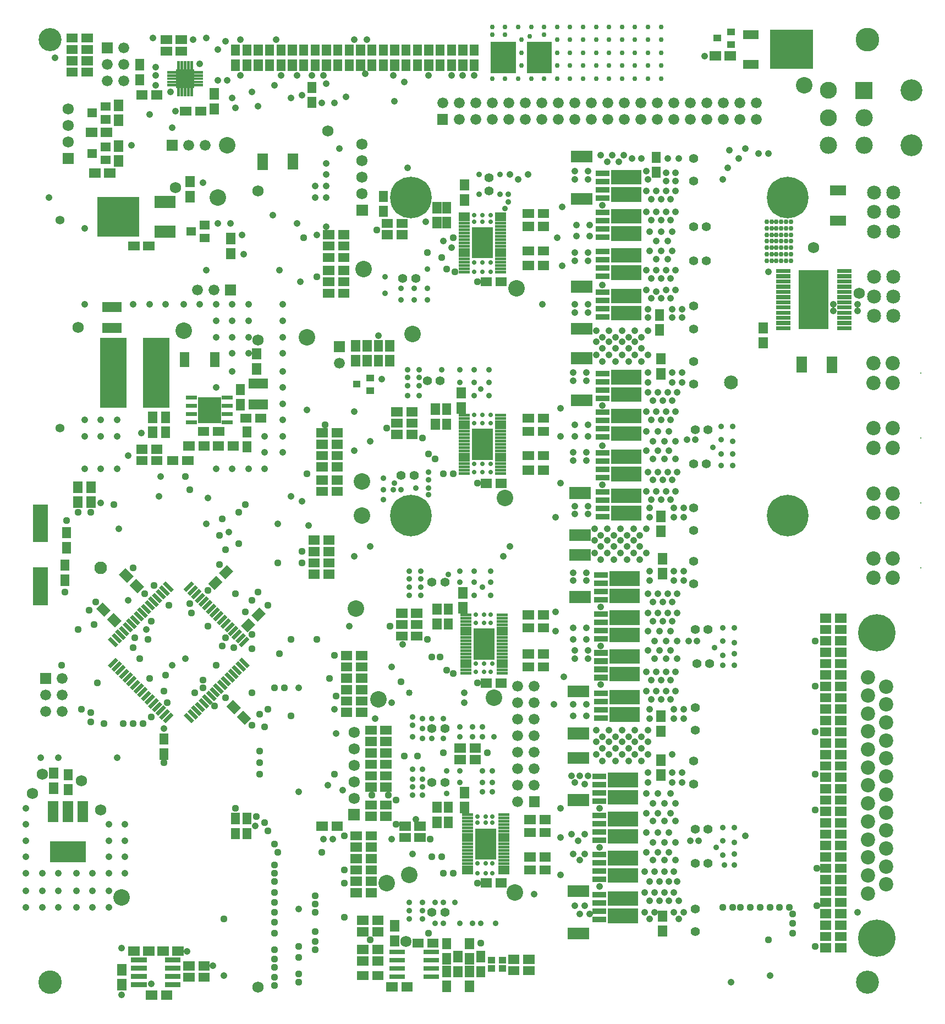
<source format=gbr>
G04 start of page 8 for group -4063 idx -4063 *
G04 Title: (unknown), componentmask *
G04 Creator: pcb 4.2.0 *
G04 CreationDate: Fri Sep 20 02:47:34 2019 UTC *
G04 For: doug *
G04 Format: Gerber/RS-274X *
G04 PCB-Dimensions (mil): 5602.36 6102.36 *
G04 PCB-Coordinate-Origin: lower left *
%MOIN*%
%FSLAX25Y25*%
%LNTOPMASK*%
%ADD154C,0.0270*%
%ADD153C,0.0440*%
%ADD152C,0.0400*%
%ADD151C,0.0300*%
%ADD150C,0.0840*%
%ADD149C,0.0680*%
%ADD148C,0.0280*%
%ADD147C,0.0420*%
%ADD146C,0.0439*%
%ADD145C,0.0349*%
%ADD144C,0.0764*%
%ADD143C,0.1418*%
%ADD142C,0.2520*%
%ADD141C,0.1320*%
%ADD140C,0.1027*%
%ADD139C,0.1047*%
%ADD138C,0.1438*%
%ADD137C,0.0850*%
%ADD136C,0.0079*%
%ADD135C,0.0551*%
%ADD134C,0.0866*%
%ADD133C,0.2257*%
%ADD132C,0.0535*%
%ADD131C,0.0679*%
%ADD130C,0.0660*%
%ADD129C,0.1000*%
%ADD128C,0.0001*%
%ADD127C,0.1398*%
G54D127*X19685Y590551D03*
G54D128*G36*
X27118Y522094D02*Y515307D01*
X33906D01*
Y522094D01*
X27118D01*
G37*
G54D129*X126969Y526575D03*
X121063Y495079D03*
G54D128*G36*
X90204Y529875D02*Y523275D01*
X96804D01*
Y529875D01*
X90204D01*
G37*
G54D130*X103504Y526575D03*
X113504D03*
G54D131*X30512Y528701D03*
G54D132*X25591Y355315D03*
Y481299D03*
G54D131*X30512Y538701D03*
Y548701D03*
G54D128*G36*
X50834Y588930D02*Y582330D01*
X57434D01*
Y588930D01*
X50834D01*
G37*
G54D130*X64134Y585630D03*
X54134Y575630D03*
X64134D03*
X54134Y565630D03*
X64134D03*
G54D128*G36*
X125637Y442276D02*Y435676D01*
X132237D01*
Y442276D01*
X125637D01*
G37*
G54D130*X118937Y438976D03*
X108937D03*
G54D129*X100394Y414370D03*
G54D128*G36*
X191582Y407828D02*Y401228D01*
X198182D01*
Y407828D01*
X191582D01*
G37*
G54D130*X194882Y394528D03*
G54D129*X239173Y412402D03*
X302165Y439961D03*
X209646Y451772D03*
G54D130*X257362Y552244D03*
G54D128*G36*
X254062Y545544D02*Y538944D01*
X260662D01*
Y545544D01*
X254062D01*
G37*
G54D130*X267362Y552244D03*
Y542244D03*
X277362Y552244D03*
Y542244D03*
X287362Y552244D03*
Y542244D03*
X297362Y552244D03*
X307362D03*
X317362D03*
X297362Y542244D03*
X307362D03*
X317362D03*
X327362Y552244D03*
X337362D03*
X347362D03*
X357362D03*
X327362Y542244D03*
X337362D03*
X347362D03*
X357362D03*
X367362Y552244D03*
X377362D03*
X387362D03*
X397362D03*
X407362D03*
X367362Y542244D03*
X377362D03*
X387362D03*
X397362D03*
X407362D03*
G54D133*X520669Y46181D03*
G54D134*X515079Y73346D03*
Y84252D03*
X526260Y78799D03*
G54D127*X514764Y19685D03*
G54D134*X515079Y95157D03*
X526260Y89705D03*
G54D135*X410433Y91535D03*
X418307D03*
G54D136*X547244Y388583D03*
G54D134*X518425Y343307D03*
Y355118D03*
X530236D03*
Y343307D03*
G54D136*X547244Y349213D03*
G54D134*X518425Y382677D03*
Y394488D03*
X530236D03*
Y382677D03*
X518425Y303937D03*
Y264567D03*
Y276378D03*
G54D133*X520669Y231378D03*
G54D134*X530236Y315748D03*
G54D136*X547244Y309843D03*
G54D134*X530236Y303937D03*
Y276378D03*
Y264567D03*
G54D136*X547244Y270472D03*
G54D137*X530512Y423228D03*
Y435039D03*
Y446850D03*
G54D134*X515079Y116969D03*
Y127874D03*
Y138780D03*
Y149685D03*
Y160591D03*
Y171496D03*
Y182402D03*
Y193307D03*
Y204213D03*
G54D138*X514764Y590551D03*
G54D137*X518701Y423228D03*
Y435039D03*
Y446850D03*
G54D128*G36*
X507658Y564980D02*Y554706D01*
X517932D01*
Y564980D01*
X507658D01*
G37*
G54D139*X512795Y543307D03*
Y526772D03*
G54D140*X491142Y559843D03*
Y543307D03*
G54D139*Y526772D03*
G54D134*X515079Y106063D03*
X526260Y100610D03*
Y111516D03*
Y122421D03*
Y133327D03*
Y144232D03*
Y155138D03*
Y166043D03*
Y176949D03*
Y187854D03*
Y198760D03*
G54D135*X411417Y212598D03*
X419291D03*
G54D141*X541535Y559843D03*
Y526772D03*
G54D137*X518701Y474409D03*
Y486220D03*
Y498031D03*
X530512Y474409D03*
Y486220D03*
Y498031D03*
G54D130*X417362Y552244D03*
Y542244D03*
X427362Y552244D03*
Y542244D03*
X437362Y552244D03*
Y542244D03*
X447362Y552244D03*
Y542244D03*
G54D142*X238189Y495079D03*
G54D128*G36*
X205268Y490598D02*Y483811D01*
X212055D01*
Y490598D01*
X205268D01*
G37*
G54D131*X208661Y497205D03*
Y507205D03*
Y517205D03*
Y527205D03*
G54D129*X175197Y410433D03*
G54D135*X285433Y506890D03*
Y499016D03*
X233268Y445866D03*
X241142D03*
G54D142*X466535Y495079D03*
G54D135*X409449Y456693D03*
X417323D03*
X409449Y477362D03*
X417323D03*
X409449Y429134D03*
Y415354D03*
Y504921D03*
G54D129*X476378Y562992D03*
G54D143*X19685Y19685D03*
G54D129*X62992Y70866D03*
G54D128*G36*
X13432Y207040D02*Y200440D01*
X20032D01*
Y207040D01*
X13432D01*
G37*
G54D130*X26732Y203740D03*
X16732Y193740D03*
X26732D03*
X16732Y183740D03*
X26732D03*
G54D144*X50197Y270669D03*
G54D128*G36*
X200346Y124457D02*Y117669D01*
X207134D01*
Y124457D01*
X200346D01*
G37*
G54D135*X250984Y140748D03*
X258858D03*
G54D131*X203740Y131063D03*
Y141063D03*
Y151063D03*
Y161063D03*
Y171063D03*
G54D135*X250984Y173228D03*
X258858D03*
G54D129*X301181Y73819D03*
G54D135*X250984Y62008D03*
X258858D03*
G54D129*X237205Y84646D03*
X223425Y79724D03*
G54D130*X302992Y188937D03*
X312992Y198937D03*
X302992D03*
G54D135*X409449Y139764D03*
X410433Y63976D03*
Y50197D03*
Y112205D03*
X409449Y153543D03*
X410433Y172244D03*
G54D134*X518425Y315748D03*
G54D142*X238189Y302165D03*
X466535D03*
G54D135*X409449Y307087D03*
Y293307D03*
G54D129*X295276Y312992D03*
G54D135*X409449Y333661D03*
X232283Y326772D03*
X240157D03*
X417323Y333661D03*
X409449Y381890D03*
Y395669D03*
X410433Y354331D03*
X418307D03*
G54D129*X208661Y302165D03*
Y322835D03*
G54D135*X410433Y233268D03*
X418307D03*
X410433Y186024D03*
X418307Y112205D03*
X409449Y260827D03*
Y274606D03*
Y518701D03*
X248031Y383858D03*
X255906D03*
X250984Y261811D03*
X258858D03*
G54D129*X204724Y246063D03*
X288386Y191929D03*
X218504Y190945D03*
G54D128*G36*
X309692Y132237D02*Y125637D01*
X316292D01*
Y132237D01*
X309692D01*
G37*
G54D130*X302992Y128937D03*
X312992Y138937D03*
X302992D03*
X312992Y148937D03*
X302992D03*
X312992Y158937D03*
X302992D03*
X312992Y168937D03*
X302992D03*
X312992Y178937D03*
X302992D03*
X312992Y188937D03*
G54D145*X267717Y390748D03*
X276575D03*
X267717Y382874D03*
X285433Y390748D03*
Y382874D03*
X276575D03*
X280512Y378937D03*
X276575Y375000D03*
X285433D03*
X256890Y390748D03*
X236220Y375000D03*
X243110D03*
X236220Y380906D03*
G54D146*X249016Y339567D03*
X245079Y349409D03*
G54D145*X243110Y380906D03*
X236220Y385827D03*
X243110D03*
Y390748D03*
X236220D03*
X221457Y324803D03*
Y312008D03*
X222441Y446850D03*
Y437008D03*
G54D147*X220472Y384843D03*
X218504Y411417D03*
G54D146*X223425Y355315D03*
X252953Y336614D03*
G54D145*X228346Y321850D03*
X249016Y323819D03*
Y328740D03*
X232283Y317913D03*
X227362D03*
X221457D03*
X241142Y318898D03*
X249016D03*
Y314961D03*
G54D146*X263780Y327756D03*
X186024Y357283D03*
G54D147*X175197Y366142D03*
G54D146*X257874Y327756D03*
G54D147*X203740Y365157D03*
Y341535D03*
X213583Y347441D03*
G54D148*X276575Y363189D03*
X281496D03*
X276575Y358268D03*
X281496D03*
G54D146*X278543Y443898D03*
X175197Y327756D03*
G54D147*X172244Y311024D03*
X165354Y313976D03*
X176181Y296260D03*
G54D146*X145669Y255906D03*
G54D147*X157480Y297244D03*
X127953Y292323D03*
X203740Y277559D03*
X213583Y283465D03*
G54D148*X286417Y363189D03*
Y353346D03*
Y348425D03*
Y358268D03*
X276575Y353346D03*
X281496D03*
X276575Y348425D03*
X281496D03*
X276575Y343504D03*
X281496D03*
X286417D03*
X276575Y338583D03*
X281496D03*
X276575Y333661D03*
X281496D03*
X286417Y338583D03*
Y328740D03*
Y333661D03*
X276575Y328740D03*
X281496D03*
G54D146*X278543Y321850D03*
G54D145*X232283Y439961D03*
Y433071D03*
X240157D03*
Y439961D03*
X248031D03*
Y433071D03*
Y451772D03*
G54D146*X264764Y449803D03*
X256890Y458661D03*
X259843Y451772D03*
G54D147*X257874Y468504D03*
X262795Y464567D03*
G54D146*X248031Y461614D03*
G54D147*X247047Y480315D03*
G54D146*X217520Y475394D03*
G54D147*X236220Y512795D03*
G54D146*X263780Y470472D03*
G54D148*X276575Y475394D03*
Y480315D03*
X286417Y475394D03*
Y480315D03*
X281496Y475394D03*
Y470472D03*
Y480315D03*
X276575Y470472D03*
Y465551D03*
Y459646D03*
Y449803D03*
Y455709D03*
X286417Y470472D03*
Y465551D03*
Y459646D03*
Y449803D03*
Y455709D03*
X281496Y465551D03*
Y459646D03*
Y449803D03*
Y455709D03*
G54D146*X181102Y446850D03*
X173228Y470472D03*
G54D147*X171260Y443898D03*
G54D149*X145669Y499016D03*
G54D147*X154528Y484252D03*
X181102Y472441D03*
X169291Y479331D03*
X187008Y477362D03*
Y495079D03*
X180118D03*
X187008Y501969D03*
X180118D03*
X187008Y508858D03*
Y515748D03*
X160433Y400591D03*
Y389764D03*
Y379921D03*
Y370079D03*
Y360236D03*
Y350394D03*
Y340551D03*
X149606D03*
Y350394D03*
Y330709D03*
X128937Y479331D03*
X121063D03*
X114173Y450787D03*
X136811Y460630D03*
X135827Y472441D03*
G54D149*X145669Y408465D03*
G54D147*X160433Y430118D03*
Y420276D03*
Y410433D03*
X158465Y450787D03*
G54D145*X295276Y488189D03*
X297244Y492126D03*
Y497047D03*
X292323D03*
X279528Y508858D03*
X292323D03*
G54D147*X298228D03*
X303150Y505906D03*
X309055Y508858D03*
G54D145*X279528Y497047D03*
G54D148*X276575Y484252D03*
X286417D03*
X281496D03*
G54D147*X353346Y520669D03*
X357283Y516732D03*
X360236Y520669D03*
X364173Y516732D03*
X367126Y520669D03*
X372047Y518701D03*
X377953D03*
X337598Y510827D03*
X345472D03*
Y505906D03*
X337598D03*
X380906Y499016D03*
X383858Y494094D03*
X354331Y490157D03*
X380906Y510827D03*
X381890Y505906D03*
X380906Y486220D03*
X383858Y481299D03*
X382874Y474409D03*
X338583Y478346D03*
X346457D03*
Y471457D03*
X338583D03*
X326772Y470472D03*
X329724Y489173D03*
X349409Y279528D03*
X357283D03*
X365157D03*
X373031D03*
X298228Y283465D03*
X294291Y277559D03*
X369094Y275591D03*
X361220D03*
Y283465D03*
X353346Y275591D03*
X336614Y267717D03*
X344488D03*
Y262795D03*
X336614D03*
X361220Y290354D03*
X349409Y287402D03*
X357283D03*
X353346Y283465D03*
X349409Y294291D03*
X357283D03*
X353346Y290354D03*
X380906Y279528D03*
Y294291D03*
X382874Y301181D03*
X376969Y275591D03*
Y283465D03*
Y290354D03*
X365157Y287402D03*
X373031D03*
X369094Y283465D03*
X365157Y294291D03*
X373031D03*
X369094Y290354D03*
X382874Y268701D03*
Y262795D03*
X381890Y254921D03*
X382874Y307087D03*
X380906Y316929D03*
X383858Y312008D03*
X381890Y328740D03*
X384843Y323819D03*
X337598Y308071D03*
Y303150D03*
X345472Y308071D03*
Y303150D03*
X325787Y301181D03*
X328740Y321850D03*
X354331Y320866D03*
X381890Y388780D03*
Y382874D03*
X336614Y388780D03*
X344488D03*
Y383858D03*
X336614D03*
X354331Y369094D03*
Y395669D03*
X380906Y365157D03*
X383858Y360236D03*
X380906Y353346D03*
X384843Y347441D03*
X380906Y341535D03*
X384843Y336614D03*
X336614Y340551D03*
X344488D03*
Y335630D03*
X336614D03*
X354331Y344488D03*
X328740Y350394D03*
X337598Y357283D03*
X345472D03*
X337598Y350394D03*
X345472D03*
X328740Y367126D03*
X381890Y376969D03*
X384843Y372047D03*
X374016Y399606D03*
X381890D03*
X377953Y395669D03*
X370079D03*
X350394Y399606D03*
Y407480D03*
X358268D03*
X362205Y403543D03*
X354331D03*
X350394Y414370D03*
X354331Y410433D03*
X358268Y399606D03*
X366142D03*
X362205Y395669D03*
X374016Y407480D03*
X377953Y403543D03*
X370079D03*
X377953Y410433D03*
X358268Y414370D03*
X366142D03*
X374016D03*
X381890D03*
X366142Y407480D03*
X370079Y410433D03*
X362205D03*
X381890Y422244D03*
Y427165D03*
X380906Y438976D03*
X383858Y434055D03*
X380906Y450787D03*
X383858Y445866D03*
X382874Y462598D03*
X337598Y461614D03*
X345472D03*
Y456693D03*
X354331Y441929D03*
X337598Y456693D03*
X329724Y453740D03*
X345472Y430118D03*
X337598D03*
X317913D03*
X345472Y425197D03*
X337598D03*
X407480Y105315D03*
X406496Y226378D03*
X411417D03*
X405512Y348425D03*
X410433D03*
G54D145*X428150Y90551D03*
X427165Y217520D03*
Y211614D03*
X426181Y348425D03*
Y339567D03*
Y332677D03*
X421260Y343504D03*
G54D147*X403543Y185039D03*
X395669Y190945D03*
X392717Y195866D03*
X398622D03*
X395669Y202756D03*
X392717Y207677D03*
X398622D03*
X399606Y215551D03*
X392717D03*
X395669Y232283D03*
Y220472D03*
X393701Y243110D03*
X399606D03*
X396654Y238189D03*
X399606Y226378D03*
X392717D03*
X387795Y254921D03*
X393701D03*
X399606D03*
X396654Y250000D03*
X398622Y347441D03*
Y336614D03*
X391732Y347441D03*
X387795Y341535D03*
X394685D03*
X391732Y336614D03*
G54D145*X433071Y356299D03*
Y347441D03*
G54D147*X396654Y388780D03*
Y382874D03*
X402559D03*
Y388780D03*
X399606Y376969D03*
X396654Y372047D03*
X394685Y353346D03*
G54D150*X432087Y382874D03*
G54D151*X488189Y435039D03*
Y429134D03*
G54D147*X494094Y430118D03*
Y426181D03*
G54D151*X484252Y435039D03*
Y429134D03*
X480315D03*
X476378D03*
X488189Y423228D03*
X484252D03*
X488189Y417323D03*
X480315Y423228D03*
X476378D03*
X484252Y417323D03*
X480315D03*
X476378D03*
G54D147*X508858Y430118D03*
G54D149*X509843Y437008D03*
G54D147*X508858Y426181D03*
G54D145*X423228Y101378D03*
G54D147*X432087Y19685D03*
G54D146*X469488Y61024D03*
Y49213D03*
Y55118D03*
X483268Y41339D03*
X484252Y88583D03*
X467520Y64961D03*
G54D147*X508858Y62008D03*
G54D146*X484252Y65945D03*
X461614Y64961D03*
G54D147*X455709Y23622D03*
G54D146*X454724Y45276D03*
X455709Y64961D03*
X449803D03*
X443898D03*
X437992D03*
X433071D03*
X427165D03*
G54D147*X440945Y108268D03*
G54D146*X483268Y124016D03*
G54D147*X412402Y105315D03*
X396654Y140748D03*
X402559D03*
G54D145*X427165Y113189D03*
X434055D03*
X427165Y105315D03*
X434055Y104331D03*
Y97441D03*
X427165Y96457D03*
X434055Y90551D03*
Y211614D03*
G54D147*X396654Y157480D03*
Y146654D03*
X402559D03*
X397638Y185039D03*
Y179134D03*
X403543D03*
G54D146*X483268Y198819D03*
Y171260D03*
Y226378D03*
Y145669D03*
G54D145*X427165Y234252D03*
Y226378D03*
X422244Y222441D03*
X426181Y356299D03*
X434055Y234252D03*
Y225394D03*
Y218504D03*
X433071Y339567D03*
Y332677D03*
G54D147*X397638Y268701D03*
Y262795D03*
X403543D03*
Y268701D03*
X390748Y250000D03*
X386811Y316929D03*
X392717D03*
X389764Y312008D03*
X397638Y307087D03*
Y301181D03*
X403543D03*
Y307087D03*
X398622Y316929D03*
X395669Y312008D03*
X387795Y328740D03*
X393701D03*
X396654Y323819D03*
X390748D03*
X399606Y328740D03*
X398622Y365157D03*
X386811D03*
X392717D03*
X395669Y360236D03*
X389764D03*
X387795Y376969D03*
X393701D03*
X390748Y372047D03*
X387795Y353346D03*
G54D151*X488189Y446850D03*
X484252D03*
X488189Y440945D03*
X480315Y446850D03*
X476378D03*
X484252Y440945D03*
X480315D03*
X476378D03*
X480315Y435039D03*
X476378D03*
G54D149*X482283Y464567D03*
G54D147*X396654Y427165D03*
X402559D03*
X396654Y422244D03*
X402559D03*
X386811Y437992D03*
X392717Y438976D03*
X398622D03*
X395669Y434055D03*
X389764D03*
X386811Y450787D03*
X392717D03*
X395669Y445866D03*
X389764D03*
X398622Y450787D03*
Y486220D03*
X393701Y468504D03*
X389764Y462598D03*
X386811Y457677D03*
X396654Y462598D03*
X393701Y457677D03*
X386811Y486220D03*
X395669Y481299D03*
X389764D03*
Y474409D03*
X396654D03*
X386811Y468504D03*
Y499016D03*
X392717Y486220D03*
Y499016D03*
X398622D03*
X395669Y494094D03*
X389764D03*
G54D151*X462598Y456693D03*
Y460630D03*
X465551Y456693D03*
Y460630D03*
X462598Y464567D03*
X465551D03*
X459646D03*
X456693D03*
X468504D03*
X459646Y456693D03*
Y460630D03*
X456693Y456693D03*
Y460630D03*
X453740D03*
Y464567D03*
G54D147*X454724Y449803D03*
G54D151*X453740Y456693D03*
X468504D03*
Y460630D03*
X462598Y472441D03*
Y468504D03*
X465551Y472441D03*
Y468504D03*
X468504Y472441D03*
Y468504D03*
X462598Y480315D03*
Y476378D03*
X465551Y480315D03*
Y476378D03*
X468504Y480315D03*
Y476378D03*
X459646Y472441D03*
Y468504D03*
X456693Y472441D03*
Y468504D03*
X459646Y480315D03*
Y476378D03*
X456693Y480315D03*
Y476378D03*
X453740Y472441D03*
Y476378D03*
Y468504D03*
Y480315D03*
X389764Y598425D03*
Y590551D03*
Y582677D03*
G54D147*X416339Y580709D03*
G54D151*X389764Y574803D03*
Y566929D03*
G54D147*X393701Y518701D03*
X400591D03*
X392717Y509843D03*
X398622D03*
Y504921D03*
X392717D03*
X454724Y521654D03*
X448819D03*
X440945Y524606D03*
X437008Y518701D03*
X431102Y523622D03*
X430118Y512795D03*
X427165Y505906D03*
G54D145*X237205Y67913D03*
X239173Y148622D03*
Y142717D03*
Y137795D03*
Y132874D03*
X245079Y62992D03*
Y58071D03*
Y148622D03*
Y142717D03*
Y137795D03*
Y132874D03*
X267717Y140748D03*
X259843Y133858D03*
G54D146*X263780Y85630D03*
X256890Y95472D03*
X250984D03*
X257874Y85630D03*
X250000Y106299D03*
G54D147*X241142Y118110D03*
X239173Y97441D03*
G54D145*X264764Y67913D03*
X257874D03*
Y55118D03*
X267717D03*
X275591D03*
X280512D03*
X289370D03*
X252953D03*
X245079Y67913D03*
X252953D03*
G54D146*X249016Y49213D03*
G54D145*X237205Y62992D03*
Y58071D03*
G54D131*X235236Y44291D03*
G54D146*X280512Y43307D03*
X278543Y79724D03*
X213583Y45276D03*
X155512Y22638D03*
X170276Y24606D03*
Y34449D03*
Y19685D03*
X155512Y33465D03*
Y28543D03*
Y39370D03*
Y49213D03*
Y56102D03*
X170276Y41339D03*
X180118Y44291D03*
Y50197D03*
Y62008D03*
Y39370D03*
X155512Y17717D03*
G54D149*X145669Y16732D03*
G54D146*X197835Y87598D03*
Y79724D03*
Y59055D03*
X229331Y115157D03*
X197835Y108268D03*
X224409Y132874D03*
X214567D03*
X229331Y129921D03*
X191929Y145669D03*
G54D147*X187992Y138780D03*
X196850Y135827D03*
X190945Y106299D03*
X226378D03*
G54D146*X180118Y66929D03*
G54D147*X170276Y63976D03*
G54D146*X155512Y85630D03*
Y90551D03*
X157480Y98425D03*
X155512Y103346D03*
X180118Y71850D03*
X184055Y98425D03*
X155512Y62008D03*
Y67913D03*
Y73819D03*
Y80709D03*
G54D147*X170276Y134843D03*
X185039Y106299D03*
G54D146*X78740Y227362D03*
X80709Y238189D03*
X70866Y228346D03*
G54D147*X77756Y233268D03*
G54D146*X48228Y200787D03*
X79724Y203740D03*
X73819Y215551D03*
X69882Y222441D03*
X130906D03*
X141732Y230315D03*
X125984Y228346D03*
X112205Y202756D03*
Y197835D03*
X107283Y194882D03*
X161417Y197835D03*
X141732Y194882D03*
X88583Y195866D03*
X141732Y221457D03*
X158465Y218504D03*
X115157Y235236D03*
X124016Y223425D03*
G54D147*X93504Y211614D03*
X101378Y215551D03*
G54D146*X28543Y255906D03*
X26575Y211614D03*
X44291Y177165D03*
X52165Y176181D03*
X63976D03*
X69882D03*
X75787D03*
X80709Y180118D03*
X47244Y250000D03*
X43307Y245079D03*
X46260Y236220D03*
X36417Y233268D03*
X141732Y175197D03*
X165354Y181102D03*
X119094Y187008D03*
X146654Y182087D03*
X151575Y185039D03*
X120079Y211614D03*
X89567Y205709D03*
X90551Y188976D03*
X88583Y152559D03*
G54D147*Y173228D03*
G54D146*X125984Y191929D03*
G54D145*X287402Y140748D03*
Y134843D03*
X288386Y168307D03*
G54D146*X263780Y206693D03*
X284449Y158465D03*
G54D148*X277559Y207677D03*
G54D146*X278543Y200787D03*
G54D147*X270669Y188976D03*
Y194882D03*
G54D145*X267717Y174213D03*
X281496D03*
G54D148*X286417Y207677D03*
X282480D03*
G54D145*X237205Y253937D03*
Y258858D03*
Y263780D03*
Y268701D03*
G54D152*Y194882D03*
G54D145*X244094Y253937D03*
Y258858D03*
Y263780D03*
Y268701D03*
G54D146*X181102Y227362D03*
G54D147*X191929Y185039D03*
X226378Y188976D03*
X216535Y179134D03*
G54D146*X225394Y235236D03*
X191929Y217520D03*
G54D147*X200787Y235236D03*
X233268Y224409D03*
X226378Y210630D03*
X192913Y170276D03*
G54D146*X155512Y197835D03*
G54D147*X170276D03*
G54D146*X131890Y125000D03*
X151575Y111220D03*
X149606Y116142D03*
X144685Y120079D03*
G54D147*X143701Y114173D03*
G54D146*X141732Y250984D03*
X165354Y227362D03*
X149606Y174213D03*
X146654Y145669D03*
Y159449D03*
Y152559D03*
G54D145*X260827Y266732D03*
X267717Y268701D03*
X276575D03*
Y261811D03*
X267717D03*
X281496Y258858D03*
X276575Y253937D03*
G54D148*X277559Y242126D03*
G54D145*X286417Y268701D03*
Y261811D03*
Y253937D03*
G54D148*Y242126D03*
X282480D03*
X286417Y232283D03*
X282480D03*
X286417Y227362D03*
X282480D03*
X286417Y222441D03*
X282480D03*
X287402Y217520D03*
X282480D03*
X286417Y237205D03*
X282480D03*
X287402Y212598D03*
X282480D03*
G54D145*X267717Y168307D03*
X275591D03*
X281496D03*
X275591Y174213D03*
X257874Y179134D03*
Y167323D03*
X245079Y179134D03*
X250984D03*
G54D146*X255906Y216535D03*
X248031Y227362D03*
X250984Y216535D03*
X259843Y208661D03*
G54D145*X245079Y173228D03*
Y167323D03*
X250984D03*
G54D146*X234252Y156496D03*
X242126D03*
G54D148*X277559Y232283D03*
Y227362D03*
Y222441D03*
Y217520D03*
Y237205D03*
Y212598D03*
G54D146*X257874Y158465D03*
X29528Y299213D03*
X44291Y304134D03*
X58071Y309055D03*
X36417Y304134D03*
G54D147*X129921Y330709D03*
X85630Y313976D03*
X86614Y325787D03*
G54D149*X36417Y416339D03*
G54D147*X40354Y430118D03*
X69882D03*
X79724D03*
X89567D03*
X100394D03*
X110236D03*
X120079D03*
X129921D03*
X139764D03*
Y400591D03*
Y420276D03*
X129921D03*
X139764Y410433D03*
X120079Y420276D03*
Y410433D03*
X129921D03*
Y400591D03*
Y389764D03*
X120079Y379921D03*
X74803Y352362D03*
X60039Y350394D03*
Y360236D03*
X66929Y338583D03*
X60039Y330709D03*
X50197D03*
X40354D03*
X139764D03*
X120079D03*
X40354Y350394D03*
X50197D03*
Y360236D03*
X40354D03*
G54D145*X239173Y180118D03*
Y175197D03*
Y168307D03*
G54D146*X188976Y203740D03*
X232283Y201772D03*
X192913Y192913D03*
X122047Y272638D03*
X105315Y243110D03*
X131890Y254921D03*
X137795Y244094D03*
X104331Y249016D03*
X115157Y256890D03*
X125984Y281496D03*
X133858Y285433D03*
X122047Y290354D03*
X124016Y300197D03*
X101378Y325787D03*
X104331Y317913D03*
G54D147*X115157Y312992D03*
X114173Y297244D03*
G54D146*X151575Y248031D03*
X157480Y273622D03*
X172244D03*
X133858Y304134D03*
X137795Y309055D03*
X172244Y280512D03*
X82677Y259843D03*
X91535Y248031D03*
G54D147*X50197Y310039D03*
X61024Y294291D03*
G54D146*X69882Y270669D03*
X76772Y254921D03*
G54D147*X66929Y250984D03*
G54D146*X38386Y185039D03*
G54D149*Y141732D03*
G54D146*X44291Y183071D03*
G54D149*X50197Y124016D03*
X8858Y133858D03*
X14764Y145669D03*
G54D147*X4921Y125000D03*
X13780Y155512D03*
X24606D03*
X60039D03*
X4921Y115157D03*
Y105315D03*
Y95472D03*
Y85630D03*
Y74803D03*
X24606D03*
X14764D03*
Y85630D03*
X24606D03*
X4921Y64961D03*
X14764D03*
X24606D03*
X35433D03*
X45276D03*
X55118D03*
Y74803D03*
Y85630D03*
X64961D03*
Y95472D03*
Y105315D03*
Y115157D03*
X55118D03*
Y105315D03*
Y95472D03*
X45276Y85630D03*
Y74803D03*
X35433D03*
Y85630D03*
X62992Y11811D03*
X80709Y18701D03*
X62992Y40354D03*
X118110Y29528D03*
X102362Y38386D03*
G54D153*X125000Y58071D03*
G54D147*Y23622D03*
G54D145*X259843Y147638D03*
X267717D03*
X281496D03*
X287402D03*
X281496Y140748D03*
Y134843D03*
G54D148*X278543Y120079D03*
X287402D03*
X283465D03*
X278543Y116142D03*
X287402D03*
X283465D03*
X278543Y111220D03*
X287402D03*
X283465D03*
X278543Y106299D03*
X287402D03*
X283465D03*
X278543Y101378D03*
Y95472D03*
Y85630D03*
Y91535D03*
X287402Y101378D03*
X283465D03*
X287402Y95472D03*
X283465D03*
X287402Y85630D03*
X283465D03*
X287402Y91535D03*
X283465D03*
G54D147*X312992Y72835D03*
X340551Y61024D03*
X346457D03*
X343504Y65945D03*
X337598D03*
X379921Y73819D03*
Y62008D03*
X382874Y58071D03*
X385827Y62008D03*
Y73819D03*
X391732D03*
Y86614D03*
X397638D03*
X399606Y80709D03*
X394685D03*
X388780D03*
X397638Y73819D03*
Y62008D03*
X400591Y58071D03*
X403543Y62008D03*
X400591Y68898D03*
X394685D03*
X388780D03*
X382874D03*
X328740Y84646D03*
X352362Y77756D03*
X336614Y97441D03*
X340551Y93504D03*
X343504Y97441D03*
X379921Y86614D03*
X385827D03*
X382874Y80709D03*
X394685Y98425D03*
X398622Y93504D03*
X391732D03*
X384843D03*
X380906Y110236D03*
X387795D03*
X394685D03*
X398622Y104331D03*
X391732D03*
X384843D03*
X380906Y98425D03*
Y133858D03*
Y122047D03*
X387795Y98425D03*
Y133858D03*
X384843Y127953D03*
X387795Y122047D03*
X384843Y117126D03*
X395669Y133858D03*
X398622Y127953D03*
X391732D03*
X395669Y122047D03*
X398622Y117126D03*
X391732D03*
X381890Y140748D03*
X352362Y125000D03*
X328740D03*
X352362Y101378D03*
X328740Y107283D03*
X335630Y109252D03*
X343504D03*
X339567Y105315D03*
X335630Y144685D03*
X340551D03*
X345472D03*
X343504Y139764D03*
X337598Y140748D03*
X354331Y153543D03*
X350394Y157480D03*
X358268D03*
X354331Y161417D03*
X366142Y157480D03*
X374016D03*
X381890D03*
X377953Y153543D03*
X370079D03*
X362205D03*
Y161417D03*
X370079D03*
X381890Y146654D03*
X366142Y165354D03*
X374016D03*
X381890D03*
X377953Y161417D03*
Y168307D03*
X366142Y172244D03*
X370079Y168307D03*
X362205D03*
X374016Y172244D03*
X381890D03*
X382874Y185039D03*
Y179134D03*
X350394Y165354D03*
X358268D03*
X350394Y172244D03*
X358268D03*
X354331Y168307D03*
X336614Y187992D03*
X344488D03*
X324803D03*
X344488Y181102D03*
X336614D03*
X380906Y195866D03*
X386811D03*
X389764Y190945D03*
X383858D03*
X380906Y207677D03*
X386811D03*
X389764Y202756D03*
X383858D03*
X381890Y232283D03*
Y243110D03*
X384843Y238189D03*
Y250000D03*
X388780Y232283D03*
X387795Y243110D03*
X390748Y238189D03*
X385827Y226378D03*
Y215551D03*
X381890Y220472D03*
X388780D03*
X337598D03*
Y215551D03*
X336614Y227362D03*
X330709Y204724D03*
X345472Y220472D03*
Y215551D03*
X344488Y234252D03*
Y227362D03*
X353346Y223425D03*
Y199803D03*
X336614Y234252D03*
X325787Y232283D03*
Y244094D03*
X353346Y247047D03*
G54D151*X342520Y598425D03*
X350394D03*
X358268D03*
X366142D03*
X374016D03*
X381890D03*
X287402D03*
X295276D03*
X287402Y593504D03*
X295276D03*
X303150Y598425D03*
X305118Y590551D03*
X310039Y592520D03*
X318898Y593504D03*
X305118Y582677D03*
X287402Y566929D03*
G54D147*X276575Y568898D03*
X269685D03*
X262795D03*
G54D154*X297244Y585630D03*
X300197D03*
X294291D03*
X291339D03*
X288386D03*
X297244Y579724D03*
X300197D03*
X294291D03*
X291339D03*
X288386D03*
X297244Y573819D03*
X300197D03*
X294291D03*
X291339D03*
X288386D03*
G54D151*X326772Y590551D03*
Y582677D03*
X334646Y590551D03*
Y582677D03*
X342520D03*
Y590551D03*
X350394D03*
X358268D03*
X366142D03*
X374016D03*
X381890D03*
X350394Y582677D03*
X358268D03*
X366142D03*
X374016D03*
X381890D03*
X311024Y598425D03*
X318898D03*
X326772D03*
X334646D03*
X305118Y574803D03*
X295276Y566929D03*
X303150D03*
X311024D03*
X318898D03*
X326772D03*
X334646D03*
X342520D03*
X350394D03*
X358268D03*
X366142D03*
X374016D03*
X381890D03*
G54D147*X169291Y568898D03*
X159449D03*
X155512Y562992D03*
X83661Y568898D03*
Y562992D03*
X92520Y559055D03*
X134843Y568898D03*
X126969Y565945D03*
X121063D03*
X141732Y559055D03*
X145669Y550197D03*
X131890Y549213D03*
X95472Y547244D03*
X93504Y537402D03*
G54D149*X95472Y500984D03*
G54D147*X112205Y503937D03*
X68898Y526575D03*
X194882Y524606D03*
G54D149*X187992Y535433D03*
G54D147*X79724Y545276D03*
X40354Y476378D03*
X18701Y495079D03*
G54D151*X326772Y574803D03*
X334646D03*
X342520D03*
X350394D03*
X358268D03*
X366142D03*
X374016D03*
X381890D03*
G54D147*X22638Y579724D03*
X121063Y584646D03*
X110236Y575787D03*
X83661Y573819D03*
X249016Y568898D03*
X227362D03*
X210630Y569882D03*
X185039Y568898D03*
X178150D03*
X187008Y563976D03*
X234252Y564961D03*
X228346Y553150D03*
X198819Y556102D03*
X191929Y552165D03*
X165354Y555118D03*
X172244Y557087D03*
X129921Y555118D03*
X184055Y552165D03*
X81693Y591535D03*
X106299Y590551D03*
X114173Y591535D03*
X134843Y590551D03*
X125984Y589567D03*
X156496Y590551D03*
X203740D03*
X211614D03*
G54D128*G36*
X289496Y446654D02*Y441142D01*
X296346D01*
Y446654D01*
X289496D01*
G37*
G36*
X280425D02*Y441142D01*
X287276D01*
Y446654D01*
X280425D01*
G37*
G36*
X267067Y460492D02*Y458799D01*
X273878D01*
Y460492D01*
X267067D01*
G37*
G36*
Y458524D02*Y456831D01*
X273878D01*
Y458524D01*
X267067D01*
G37*
G36*
Y456555D02*Y454862D01*
X273878D01*
Y456555D01*
X267067D01*
G37*
G36*
Y454587D02*Y452894D01*
X273878D01*
Y454587D01*
X267067D01*
G37*
G36*
Y452618D02*Y450925D01*
X273878D01*
Y452618D01*
X267067D01*
G37*
G36*
Y450650D02*Y448957D01*
X273878D01*
Y450650D01*
X267067D01*
G37*
G36*
X289114Y458524D02*Y456831D01*
X295925D01*
Y458524D01*
X289114D01*
G37*
G36*
Y456555D02*Y454862D01*
X295925D01*
Y456555D01*
X289114D01*
G37*
G36*
Y454587D02*Y452894D01*
X295925D01*
Y454587D01*
X289114D01*
G37*
G36*
Y452618D02*Y450925D01*
X295925D01*
Y452618D01*
X289114D01*
G37*
G36*
Y450650D02*Y448957D01*
X295925D01*
Y450650D01*
X289114D01*
G37*
G36*
X273425Y505992D02*X267913D01*
Y499142D01*
X273425D01*
Y505992D01*
G37*
G36*
Y496921D02*X267913D01*
Y490071D01*
X273425D01*
Y496921D01*
G37*
G36*
X262598Y492213D02*X257087D01*
Y485362D01*
X262598D01*
Y492213D01*
G37*
G36*
Y483142D02*X257087D01*
Y476291D01*
X262598D01*
Y483142D01*
G37*
G36*
X267067Y486083D02*Y484390D01*
X273878D01*
Y486083D01*
X267067D01*
G37*
G36*
Y484114D02*Y482421D01*
X273878D01*
Y484114D01*
X267067D01*
G37*
G36*
Y482146D02*Y480453D01*
X273878D01*
Y482146D01*
X267067D01*
G37*
G36*
Y480177D02*Y478484D01*
X273878D01*
Y480177D01*
X267067D01*
G37*
G36*
Y478209D02*Y476516D01*
X273878D01*
Y478209D01*
X267067D01*
G37*
G36*
Y476240D02*Y474547D01*
X273878D01*
Y476240D01*
X267067D01*
G37*
G36*
X256693Y483142D02*X251181D01*
Y476291D01*
X256693D01*
Y483142D01*
G37*
G36*
Y492213D02*X251181D01*
Y485362D01*
X256693D01*
Y492213D01*
G37*
G36*
X267067Y474272D02*Y472579D01*
X273878D01*
Y474272D01*
X267067D01*
G37*
G36*
Y472303D02*Y470610D01*
X273878D01*
Y472303D01*
X267067D01*
G37*
G36*
Y470335D02*Y468642D01*
X273878D01*
Y470335D01*
X267067D01*
G37*
G36*
Y468366D02*Y466673D01*
X273878D01*
Y468366D01*
X267067D01*
G37*
G36*
Y466398D02*Y464705D01*
X273878D01*
Y466398D01*
X267067D01*
G37*
G36*
Y464429D02*Y462736D01*
X273878D01*
Y464429D01*
X267067D01*
G37*
G36*
Y462461D02*Y460768D01*
X273878D01*
Y462461D01*
X267067D01*
G37*
G36*
X287795Y476929D02*X275197D01*
Y458110D01*
X287795D01*
Y476929D01*
G37*
G36*
X289114Y472303D02*Y470610D01*
X295925D01*
Y472303D01*
X289114D01*
G37*
G36*
Y470335D02*Y468642D01*
X295925D01*
Y470335D01*
X289114D01*
G37*
G36*
Y468366D02*Y466673D01*
X295925D01*
Y468366D01*
X289114D01*
G37*
G36*
Y466398D02*Y464705D01*
X295925D01*
Y466398D01*
X289114D01*
G37*
G36*
Y464429D02*Y462736D01*
X295925D01*
Y464429D01*
X289114D01*
G37*
G36*
Y462461D02*Y460768D01*
X295925D01*
Y462461D01*
X289114D01*
G37*
G36*
Y460492D02*Y458799D01*
X295925D01*
Y460492D01*
X289114D01*
G37*
G36*
X306016Y456496D02*Y450984D01*
X312866D01*
Y456496D01*
X306016D01*
G37*
G36*
X315087D02*Y450984D01*
X321937D01*
Y456496D01*
X315087D01*
G37*
G36*
X306016Y465354D02*Y459843D01*
X312866D01*
Y465354D01*
X306016D01*
G37*
G36*
X315087D02*Y459843D01*
X321937D01*
Y465354D01*
X315087D01*
G37*
G36*
X289114Y486083D02*Y484390D01*
X295925D01*
Y486083D01*
X289114D01*
G37*
G36*
Y484114D02*Y482421D01*
X295925D01*
Y484114D01*
X289114D01*
G37*
G36*
Y482146D02*Y480453D01*
X295925D01*
Y482146D01*
X289114D01*
G37*
G36*
Y480177D02*Y478484D01*
X295925D01*
Y480177D01*
X289114D01*
G37*
G36*
Y478209D02*Y476516D01*
X295925D01*
Y478209D01*
X289114D01*
G37*
G36*
Y476240D02*Y474547D01*
X295925D01*
Y476240D01*
X289114D01*
G37*
G36*
Y474272D02*Y472579D01*
X295925D01*
Y474272D01*
X289114D01*
G37*
G36*
X306016Y480118D02*Y474606D01*
X312866D01*
Y480118D01*
X306016D01*
G37*
G36*
X315087D02*Y474606D01*
X321937D01*
Y480118D01*
X315087D01*
G37*
G36*
X306016Y487992D02*Y482480D01*
X312866D01*
Y487992D01*
X306016D01*
G37*
G36*
X315087D02*Y482480D01*
X321937D01*
Y487992D01*
X315087D01*
G37*
G36*
X323568Y589274D02*X308468D01*
Y570174D01*
X323568D01*
Y589274D01*
G37*
G36*
X301768D02*X286668D01*
Y570174D01*
X301768D01*
Y589274D01*
G37*
G36*
X279331Y578614D02*X273819D01*
Y571764D01*
X279331D01*
Y578614D01*
G37*
G36*
Y587685D02*X273819D01*
Y580835D01*
X279331D01*
Y587685D01*
G37*
G36*
X265551Y578614D02*X260039D01*
Y571764D01*
X265551D01*
Y578614D01*
G37*
G36*
Y587685D02*X260039D01*
Y580835D01*
X265551D01*
Y587685D01*
G37*
G36*
X272441Y578614D02*X266929D01*
Y571764D01*
X272441D01*
Y578614D01*
G37*
G36*
Y587685D02*X266929D01*
Y580835D01*
X272441D01*
Y587685D01*
G37*
G36*
X258661Y578614D02*X253150D01*
Y571764D01*
X258661D01*
Y578614D01*
G37*
G36*
Y587685D02*X253150D01*
Y580835D01*
X258661D01*
Y587685D01*
G37*
G36*
X359548Y318700D02*Y313906D01*
X377938D01*
Y318700D01*
X359548D01*
G37*
G36*
Y314695D02*Y309901D01*
X377938D01*
Y314695D01*
X359548D01*
G37*
G36*
Y308209D02*Y303416D01*
X377938D01*
Y308209D01*
X359548D01*
G37*
G36*
Y304204D02*Y299410D01*
X377938D01*
Y304204D01*
X359548D01*
G37*
G36*
X392520Y305205D02*X387008D01*
Y298354D01*
X392520D01*
Y305205D01*
G37*
G36*
Y296134D02*X387008D01*
Y289283D01*
X392520D01*
Y296134D01*
G37*
G36*
X350315Y308228D02*Y304882D01*
X358386D01*
Y308228D01*
X350315D01*
G37*
G36*
Y313228D02*Y309882D01*
X358386D01*
Y313228D01*
X350315D01*
G37*
G36*
Y318228D02*Y314882D01*
X358386D01*
Y318228D01*
X350315D01*
G37*
G36*
Y303228D02*Y299882D01*
X358386D01*
Y303228D01*
X350315D01*
G37*
G36*
X334055Y282087D02*Y275000D01*
X347047D01*
Y282087D01*
X334055D01*
G37*
G36*
Y256496D02*Y249409D01*
X347047D01*
Y256496D01*
X334055D01*
G37*
G36*
Y293898D02*Y286811D01*
X347047D01*
Y293898D01*
X334055D01*
G37*
G36*
X358564Y244881D02*Y240088D01*
X376954D01*
Y244881D01*
X358564D01*
G37*
G36*
Y240876D02*Y236082D01*
X376954D01*
Y240876D01*
X358564D01*
G37*
G36*
Y268503D02*Y263710D01*
X376954D01*
Y268503D01*
X358564D01*
G37*
G36*
Y264498D02*Y259705D01*
X376954D01*
Y264498D01*
X358564D01*
G37*
G36*
Y258012D02*Y253219D01*
X376954D01*
Y258012D01*
X358564D01*
G37*
G36*
Y254007D02*Y249214D01*
X376954D01*
Y254007D01*
X358564D01*
G37*
G36*
X349331Y239409D02*Y236063D01*
X357402D01*
Y239409D01*
X349331D01*
G37*
G36*
Y244409D02*Y241063D01*
X357402D01*
Y244409D01*
X349331D01*
G37*
G36*
Y253031D02*Y249685D01*
X357402D01*
Y253031D01*
X349331D01*
G37*
G36*
Y258031D02*Y254685D01*
X357402D01*
Y258031D01*
X349331D01*
G37*
G36*
Y263031D02*Y259685D01*
X357402D01*
Y263031D01*
X349331D01*
G37*
G36*
Y268031D02*Y264685D01*
X357402D01*
Y268031D01*
X349331D01*
G37*
G36*
X393504Y270543D02*X387992D01*
Y263693D01*
X393504D01*
Y270543D01*
G37*
G36*
X495205Y242913D02*Y237402D01*
X502055D01*
Y242913D01*
X495205D01*
G37*
G36*
X486134D02*Y237402D01*
X492984D01*
Y242913D01*
X486134D01*
G37*
G36*
X393504Y279614D02*X387992D01*
Y272764D01*
X393504D01*
Y279614D01*
G37*
G36*
X334055Y319488D02*Y312402D01*
X347047D01*
Y319488D01*
X334055D01*
G37*
G36*
X359548Y342322D02*Y337529D01*
X377938D01*
Y342322D01*
X359548D01*
G37*
G36*
Y338317D02*Y333523D01*
X377938D01*
Y338317D01*
X359548D01*
G37*
G36*
Y331831D02*Y327038D01*
X377938D01*
Y331831D01*
X359548D01*
G37*
G36*
Y327826D02*Y323032D01*
X377938D01*
Y327826D01*
X359548D01*
G37*
G36*
X350315Y326850D02*Y323504D01*
X358386D01*
Y326850D01*
X350315D01*
G37*
G36*
Y331850D02*Y328504D01*
X358386D01*
Y331850D01*
X350315D01*
G37*
G36*
Y336850D02*Y333504D01*
X358386D01*
Y336850D01*
X350315D01*
G37*
G36*
Y341850D02*Y338504D01*
X358386D01*
Y341850D01*
X350315D01*
G37*
G36*
X306016Y332480D02*Y326969D01*
X312866D01*
Y332480D01*
X306016D01*
G37*
G36*
X315087D02*Y326969D01*
X321937D01*
Y332480D01*
X315087D01*
G37*
G36*
X335039Y401181D02*Y394094D01*
X348031D01*
Y401181D01*
X335039D01*
G37*
G36*
Y375591D02*Y368504D01*
X348031D01*
Y375591D01*
X335039D01*
G37*
G36*
Y418898D02*Y411811D01*
X348031D01*
Y418898D01*
X335039D01*
G37*
G36*
Y444488D02*Y437402D01*
X348031D01*
Y444488D01*
X335039D01*
G37*
G36*
X350315Y351457D02*Y348110D01*
X358386D01*
Y351457D01*
X350315D01*
G37*
G36*
Y356457D02*Y353110D01*
X358386D01*
Y356457D01*
X350315D01*
G37*
G36*
Y361457D02*Y358110D01*
X358386D01*
Y361457D01*
X350315D01*
G37*
G36*
Y366457D02*Y363110D01*
X358386D01*
Y366457D01*
X350315D01*
G37*
G36*
Y375079D02*Y371732D01*
X358386D01*
Y375079D01*
X350315D01*
G37*
G36*
Y380079D02*Y376732D01*
X358386D01*
Y380079D01*
X350315D01*
G37*
G36*
Y385079D02*Y381732D01*
X358386D01*
Y385079D01*
X350315D01*
G37*
G36*
Y390079D02*Y386732D01*
X358386D01*
Y390079D01*
X350315D01*
G37*
G36*
X359548Y366928D02*Y362135D01*
X377938D01*
Y366928D01*
X359548D01*
G37*
G36*
Y362923D02*Y358130D01*
X377938D01*
Y362923D01*
X359548D01*
G37*
G36*
Y356437D02*Y351644D01*
X377938D01*
Y356437D01*
X359548D01*
G37*
G36*
Y352432D02*Y347639D01*
X377938D01*
Y352432D01*
X359548D01*
G37*
G36*
X392520Y391606D02*X387008D01*
Y384756D01*
X392520D01*
Y391606D01*
G37*
G36*
Y400677D02*X387008D01*
Y393827D01*
X392520D01*
Y400677D01*
G37*
G36*
X359548Y390550D02*Y385757D01*
X377938D01*
Y390550D01*
X359548D01*
G37*
G36*
Y386545D02*Y381752D01*
X377938D01*
Y386545D01*
X359548D01*
G37*
G36*
Y380059D02*Y375266D01*
X377938D01*
Y380059D01*
X359548D01*
G37*
G36*
Y376054D02*Y371261D01*
X377938D01*
Y376054D01*
X359548D01*
G37*
G36*
X350315Y424291D02*Y420945D01*
X358386D01*
Y424291D01*
X350315D01*
G37*
G36*
Y429291D02*Y425945D01*
X358386D01*
Y429291D01*
X350315D01*
G37*
G36*
Y434291D02*Y430945D01*
X358386D01*
Y434291D01*
X350315D01*
G37*
G36*
Y439291D02*Y435945D01*
X358386D01*
Y439291D01*
X350315D01*
G37*
G36*
Y448898D02*Y445551D01*
X358386D01*
Y448898D01*
X350315D01*
G37*
G36*
Y453898D02*Y450551D01*
X358386D01*
Y453898D01*
X350315D01*
G37*
G36*
X391535Y427252D02*X386024D01*
Y420402D01*
X391535D01*
Y427252D01*
G37*
G36*
Y418181D02*X386024D01*
Y411331D01*
X391535D01*
Y418181D01*
G37*
G36*
X359548Y435758D02*Y430964D01*
X377938D01*
Y435758D01*
X359548D01*
G37*
G36*
Y429272D02*Y424479D01*
X377938D01*
Y429272D01*
X359548D01*
G37*
G36*
Y425267D02*Y420473D01*
X377938D01*
Y425267D01*
X359548D01*
G37*
G36*
Y439763D02*Y434969D01*
X377938D01*
Y439763D01*
X359548D01*
G37*
G36*
Y464369D02*Y459576D01*
X377938D01*
Y464369D01*
X359548D01*
G37*
G36*
Y460364D02*Y455571D01*
X377938D01*
Y460364D01*
X359548D01*
G37*
G36*
Y453878D02*Y449085D01*
X377938D01*
Y453878D01*
X359548D01*
G37*
G36*
Y449873D02*Y445080D01*
X377938D01*
Y449873D01*
X359548D01*
G37*
G36*
Y487991D02*Y483198D01*
X377938D01*
Y487991D01*
X359548D01*
G37*
G36*
Y501122D02*Y496329D01*
X377938D01*
Y501122D01*
X359548D01*
G37*
G36*
Y497117D02*Y492324D01*
X377938D01*
Y497117D01*
X359548D01*
G37*
G36*
Y483986D02*Y479193D01*
X377938D01*
Y483986D01*
X359548D01*
G37*
G36*
Y477500D02*Y472707D01*
X377938D01*
Y477500D01*
X359548D01*
G37*
G36*
Y473495D02*Y468702D01*
X377938D01*
Y473495D01*
X359548D01*
G37*
G36*
X389567Y513654D02*X384055D01*
Y506803D01*
X389567D01*
Y513654D01*
G37*
G36*
Y522724D02*X384055D01*
Y515874D01*
X389567D01*
Y522724D01*
G37*
G36*
X359548Y511613D02*Y506820D01*
X377938D01*
Y511613D01*
X359548D01*
G37*
G36*
Y507608D02*Y502815D01*
X377938D01*
Y507608D01*
X359548D01*
G37*
G36*
X350315Y458898D02*Y455551D01*
X358386D01*
Y458898D01*
X350315D01*
G37*
G36*
Y463898D02*Y460551D01*
X358386D01*
Y463898D01*
X350315D01*
G37*
G36*
Y472520D02*Y469173D01*
X358386D01*
Y472520D01*
X350315D01*
G37*
G36*
Y477520D02*Y474173D01*
X358386D01*
Y477520D01*
X350315D01*
G37*
G36*
Y482520D02*Y479173D01*
X358386D01*
Y482520D01*
X350315D01*
G37*
G36*
Y487520D02*Y484173D01*
X358386D01*
Y487520D01*
X350315D01*
G37*
G36*
Y496142D02*Y492795D01*
X358386D01*
Y496142D01*
X350315D01*
G37*
G36*
Y501142D02*Y497795D01*
X358386D01*
Y501142D01*
X350315D01*
G37*
G36*
Y506142D02*Y502795D01*
X358386D01*
Y506142D01*
X350315D01*
G37*
G36*
X335039Y497638D02*Y490551D01*
X348031D01*
Y497638D01*
X335039D01*
G37*
G36*
X350315Y511142D02*Y507795D01*
X358386D01*
Y511142D01*
X350315D01*
G37*
G36*
X335039Y523228D02*Y516142D01*
X348031D01*
Y523228D01*
X335039D01*
G37*
G36*
X454528Y410307D02*X449016D01*
Y403457D01*
X454528D01*
Y410307D01*
G37*
G36*
Y419378D02*X449016D01*
Y412528D01*
X454528D01*
Y419378D01*
G37*
G36*
X459409Y416969D02*Y414528D01*
X468150D01*
Y416969D01*
X459409D01*
G37*
G36*
Y420118D02*Y417677D01*
X468150D01*
Y420118D01*
X459409D01*
G37*
G36*
Y423268D02*Y420827D01*
X468150D01*
Y423268D01*
X459409D01*
G37*
G36*
Y426417D02*Y423976D01*
X468150D01*
Y426417D01*
X459409D01*
G37*
G36*
Y451614D02*Y449173D01*
X468150D01*
Y451614D01*
X459409D01*
G37*
G36*
Y448465D02*Y446024D01*
X468150D01*
Y448465D01*
X459409D01*
G37*
G36*
Y445315D02*Y442874D01*
X468150D01*
Y445315D01*
X459409D01*
G37*
G36*
Y442165D02*Y439724D01*
X468150D01*
Y442165D01*
X459409D01*
G37*
G36*
Y439016D02*Y436575D01*
X468150D01*
Y439016D01*
X459409D01*
G37*
G36*
Y435866D02*Y433425D01*
X468150D01*
Y435866D01*
X459409D01*
G37*
G36*
Y429567D02*Y427126D01*
X468150D01*
Y429567D01*
X459409D01*
G37*
G36*
Y432717D02*Y430276D01*
X468150D01*
Y432717D01*
X459409D01*
G37*
G36*
X496417Y451614D02*Y449173D01*
X505157D01*
Y451614D01*
X496417D01*
G37*
G36*
Y448465D02*Y446024D01*
X505157D01*
Y448465D01*
X496417D01*
G37*
G36*
Y445315D02*Y442874D01*
X505157D01*
Y445315D01*
X496417D01*
G37*
G36*
Y442165D02*Y439724D01*
X505157D01*
Y442165D01*
X496417D01*
G37*
G36*
Y439016D02*Y436575D01*
X505157D01*
Y439016D01*
X496417D01*
G37*
G36*
Y435866D02*Y433425D01*
X505157D01*
Y435866D01*
X496417D01*
G37*
G36*
Y429567D02*Y427126D01*
X505157D01*
Y429567D01*
X496417D01*
G37*
G36*
Y432717D02*Y430276D01*
X505157D01*
Y432717D01*
X496417D01*
G37*
G36*
Y416969D02*Y414528D01*
X505157D01*
Y416969D01*
X496417D01*
G37*
G36*
Y420118D02*Y417677D01*
X505157D01*
Y420118D01*
X496417D01*
G37*
G36*
Y423268D02*Y420827D01*
X505157D01*
Y423268D01*
X496417D01*
G37*
G36*
Y426417D02*Y423976D01*
X505157D01*
Y426417D01*
X496417D01*
G37*
G36*
X491339Y450787D02*X473228D01*
Y415354D01*
X491339D01*
Y450787D01*
G37*
G36*
X496642Y398669D02*X490130D01*
Y388732D01*
X496642D01*
Y398669D01*
G37*
G36*
X478274Y398569D02*X471962D01*
Y388832D01*
X478274D01*
Y398569D01*
G37*
G36*
X419205Y583465D02*Y577953D01*
X426055D01*
Y583465D01*
X419205D01*
G37*
G36*
X428276D02*Y577953D01*
X435126D01*
Y583465D01*
X428276D01*
G37*
G36*
X429787Y589598D02*Y585598D01*
X434387D01*
Y589598D01*
X429787D01*
G37*
G36*
Y597398D02*Y593398D01*
X434387D01*
Y597398D01*
X429787D01*
G37*
G36*
X421587Y593498D02*Y589498D01*
X426187D01*
Y593498D01*
X421587D01*
G37*
G36*
X439370Y596378D02*Y590866D01*
X448819D01*
Y596378D01*
X439370D01*
G37*
G36*
X455906Y596457D02*Y572835D01*
X481890D01*
Y596457D01*
X455906D01*
G37*
G36*
X439370Y578425D02*Y572913D01*
X448819D01*
Y578425D01*
X439370D01*
G37*
G36*
X492279Y484080D02*Y477968D01*
X501816D01*
Y484080D01*
X492279D01*
G37*
G36*
Y502347D02*Y496235D01*
X501816D01*
Y502347D01*
X492279D01*
G37*
G36*
X289496Y82480D02*Y76969D01*
X296346D01*
Y82480D01*
X289496D01*
G37*
G36*
Y203543D02*Y198031D01*
X296346D01*
Y203543D01*
X289496D01*
G37*
G36*
X280425Y82480D02*Y76969D01*
X287276D01*
Y82480D01*
X280425D01*
G37*
G36*
Y203543D02*Y198031D01*
X287276D01*
Y203543D01*
X280425D01*
G37*
G36*
X289764Y112756D02*X277165D01*
Y93937D01*
X289764D01*
Y112756D01*
G37*
G36*
X306016Y213386D02*Y207874D01*
X312866D01*
Y213386D01*
X306016D01*
G37*
G36*
X307000Y98228D02*Y92717D01*
X313850D01*
Y98228D01*
X307000D01*
G37*
G36*
Y112992D02*Y107480D01*
X313850D01*
Y112992D01*
X307000D01*
G37*
G36*
X315087Y213386D02*Y207874D01*
X321937D01*
Y213386D01*
X315087D01*
G37*
G36*
X306016Y221260D02*Y215748D01*
X312866D01*
Y221260D01*
X306016D01*
G37*
G36*
Y237008D02*Y231496D01*
X312866D01*
Y237008D01*
X306016D01*
G37*
G36*
X315087Y221260D02*Y215748D01*
X321937D01*
Y221260D01*
X315087D01*
G37*
G36*
Y237008D02*Y231496D01*
X321937D01*
Y237008D01*
X315087D01*
G37*
G36*
X264677Y157283D02*Y151772D01*
X271528D01*
Y157283D01*
X264677D01*
G37*
G36*
X273748D02*Y151772D01*
X280598D01*
Y157283D01*
X273748D01*
G37*
G36*
Y164173D02*Y158661D01*
X280598D01*
Y164173D01*
X273748D01*
G37*
G36*
X264677D02*Y158661D01*
X271528D01*
Y164173D01*
X264677D01*
G37*
G36*
X333071Y159055D02*Y151969D01*
X346063D01*
Y159055D01*
X333071D01*
G37*
G36*
Y173819D02*Y166732D01*
X346063D01*
Y173819D01*
X333071D01*
G37*
G36*
Y199409D02*Y192323D01*
X346063D01*
Y199409D01*
X333071D01*
G37*
G36*
X273425Y137882D02*X267913D01*
Y131031D01*
X273425D01*
Y137882D01*
G37*
G36*
Y128811D02*X267913D01*
Y121961D01*
X273425D01*
Y128811D01*
G37*
G36*
X269035Y121909D02*Y120217D01*
X275846D01*
Y121909D01*
X269035D01*
G37*
G36*
Y119941D02*Y118248D01*
X275846D01*
Y119941D01*
X269035D01*
G37*
G36*
Y117972D02*Y116280D01*
X275846D01*
Y117972D01*
X269035D01*
G37*
G36*
Y116004D02*Y114311D01*
X275846D01*
Y116004D01*
X269035D01*
G37*
G36*
Y114035D02*Y112343D01*
X275846D01*
Y114035D01*
X269035D01*
G37*
G36*
Y112067D02*Y110374D01*
X275846D01*
Y112067D01*
X269035D01*
G37*
G36*
Y110098D02*Y108406D01*
X275846D01*
Y110098D01*
X269035D01*
G37*
G36*
Y108130D02*Y106437D01*
X275846D01*
Y108130D01*
X269035D01*
G37*
G36*
Y106161D02*Y104469D01*
X275846D01*
Y106161D01*
X269035D01*
G37*
G36*
Y104193D02*Y102500D01*
X275846D01*
Y104193D01*
X269035D01*
G37*
G36*
Y102224D02*Y100531D01*
X275846D01*
Y102224D01*
X269035D01*
G37*
G36*
Y100256D02*Y98563D01*
X275846D01*
Y100256D01*
X269035D01*
G37*
G36*
Y98287D02*Y96594D01*
X275846D01*
Y98287D01*
X269035D01*
G37*
G36*
Y96319D02*Y94626D01*
X275846D01*
Y96319D01*
X269035D01*
G37*
G36*
Y94350D02*Y92657D01*
X275846D01*
Y94350D01*
X269035D01*
G37*
G36*
Y92382D02*Y90689D01*
X275846D01*
Y92382D01*
X269035D01*
G37*
G36*
Y90413D02*Y88720D01*
X275846D01*
Y90413D01*
X269035D01*
G37*
G36*
Y88445D02*Y86752D01*
X275846D01*
Y88445D01*
X269035D01*
G37*
G36*
Y86476D02*Y84783D01*
X275846D01*
Y86476D01*
X269035D01*
G37*
G36*
X141535Y113063D02*X136024D01*
Y106213D01*
X141535D01*
Y113063D01*
G37*
G36*
X134646D02*X129134D01*
Y106213D01*
X134646D01*
Y113063D01*
G37*
G36*
X141535Y122134D02*X136024D01*
Y115283D01*
X141535D01*
Y122134D01*
G37*
G36*
X134646D02*X129134D01*
Y115283D01*
X134646D01*
Y122134D01*
G37*
G36*
X136592Y184234D02*X132695Y180337D01*
X137538Y175493D01*
X141436Y179391D01*
X136592Y184234D01*
G37*
G36*
X130178Y190648D02*X126281Y186751D01*
X131124Y181907D01*
X135022Y185805D01*
X130178Y190648D01*
G37*
G36*
X91339Y161291D02*X85827D01*
Y154441D01*
X91339D01*
Y161291D01*
G37*
G36*
Y170362D02*X85827D01*
Y163512D01*
X91339D01*
Y170362D01*
G37*
G36*
X201685Y104134D02*Y98622D01*
X208535D01*
Y104134D01*
X201685D01*
G37*
G36*
X210756D02*Y98622D01*
X217606D01*
Y104134D01*
X210756D01*
G37*
G36*
X201685Y111024D02*Y105512D01*
X208535D01*
Y111024D01*
X201685D01*
G37*
G36*
X210756D02*Y105512D01*
X217606D01*
Y111024D01*
X210756D01*
G37*
G36*
X190087Y116929D02*Y111417D01*
X196937D01*
Y116929D01*
X190087D01*
G37*
G36*
X181016D02*Y111417D01*
X187866D01*
Y116929D01*
X181016D01*
G37*
G36*
X201685Y97244D02*Y91732D01*
X208535D01*
Y97244D01*
X201685D01*
G37*
G36*
X210756D02*Y91732D01*
X217606D01*
Y97244D01*
X210756D01*
G37*
G36*
X201685Y90354D02*Y84843D01*
X208535D01*
Y90354D01*
X201685D01*
G37*
G36*
X210756D02*Y84843D01*
X217606D01*
Y90354D01*
X210756D01*
G37*
G36*
X201685Y83465D02*Y77953D01*
X208535D01*
Y83465D01*
X201685D01*
G37*
G36*
Y76575D02*Y71063D01*
X208535D01*
Y76575D01*
X201685D01*
G37*
G36*
X210756Y83465D02*Y77953D01*
X217606D01*
Y83465D01*
X210756D01*
G37*
G36*
Y76575D02*Y71063D01*
X217606D01*
Y76575D01*
X210756D01*
G37*
G36*
X256693Y119953D02*X251181D01*
Y113102D01*
X256693D01*
Y119953D01*
G37*
G36*
X231213Y116929D02*Y111417D01*
X238063D01*
Y116929D01*
X231213D01*
G37*
G36*
X240283D02*Y111417D01*
X247134D01*
Y116929D01*
X240283D01*
G37*
G36*
X263583Y119953D02*X258071D01*
Y113102D01*
X263583D01*
Y119953D01*
G37*
G36*
X256693Y129024D02*X251181D01*
Y122173D01*
X256693D01*
Y129024D01*
G37*
G36*
X263583D02*X258071D01*
Y122173D01*
X263583D01*
Y129024D01*
G37*
G36*
X195780Y213386D02*Y207874D01*
X202630D01*
Y213386D01*
X195780D01*
G37*
G36*
X204850D02*Y207874D01*
X211701D01*
Y213386D01*
X204850D01*
G37*
G36*
X195780Y220276D02*Y214764D01*
X202630D01*
Y220276D01*
X195780D01*
G37*
G36*
X204850D02*Y214764D01*
X211701D01*
Y220276D01*
X204850D01*
G37*
G36*
X195780Y206496D02*Y200984D01*
X202630D01*
Y206496D01*
X195780D01*
G37*
G36*
X268051Y219350D02*Y217657D01*
X274862D01*
Y219350D01*
X268051D01*
G37*
G36*
X290098D02*Y217657D01*
X296909D01*
Y219350D01*
X290098D01*
G37*
G36*
X268051Y217382D02*Y215689D01*
X274862D01*
Y217382D01*
X268051D01*
G37*
G36*
Y215413D02*Y213720D01*
X274862D01*
Y215413D01*
X268051D01*
G37*
G36*
Y213445D02*Y211752D01*
X274862D01*
Y213445D01*
X268051D01*
G37*
G36*
Y211476D02*Y209783D01*
X274862D01*
Y211476D01*
X268051D01*
G37*
G36*
Y209508D02*Y207815D01*
X274862D01*
Y209508D01*
X268051D01*
G37*
G36*
Y207539D02*Y205846D01*
X274862D01*
Y207539D01*
X268051D01*
G37*
G36*
X290098Y217382D02*Y215689D01*
X296909D01*
Y217382D01*
X290098D01*
G37*
G36*
Y215413D02*Y213720D01*
X296909D01*
Y215413D01*
X290098D01*
G37*
G36*
Y213445D02*Y211752D01*
X296909D01*
Y213445D01*
X290098D01*
G37*
G36*
Y211476D02*Y209783D01*
X296909D01*
Y211476D01*
X290098D01*
G37*
G36*
Y209508D02*Y207815D01*
X296909D01*
Y209508D01*
X290098D01*
G37*
G36*
Y207539D02*Y205846D01*
X296909D01*
Y207539D01*
X290098D01*
G37*
G36*
X231213Y110039D02*Y104528D01*
X238063D01*
Y110039D01*
X231213D01*
G37*
G36*
X210543Y122835D02*Y117323D01*
X217394D01*
Y122835D01*
X210543D01*
G37*
G36*
X219614D02*Y117323D01*
X226465D01*
Y122835D01*
X219614D01*
G37*
G36*
X240283Y110039D02*Y104528D01*
X247134D01*
Y110039D01*
X240283D01*
G37*
G36*
X238315Y232087D02*Y226575D01*
X245165D01*
Y232087D01*
X238315D01*
G37*
G36*
X229244D02*Y226575D01*
X236094D01*
Y232087D01*
X229244D01*
G37*
G36*
X263583Y249102D02*X258071D01*
Y242252D01*
X263583D01*
Y249102D01*
G37*
G36*
Y240031D02*X258071D01*
Y233181D01*
X263583D01*
Y240031D01*
G37*
G36*
X204850Y206496D02*Y200984D01*
X211701D01*
Y206496D01*
X204850D01*
G37*
G36*
Y199606D02*Y194094D01*
X211701D01*
Y199606D01*
X204850D01*
G37*
G36*
X195780D02*Y194094D01*
X202630D01*
Y199606D01*
X195780D01*
G37*
G36*
Y185827D02*Y180315D01*
X202630D01*
Y185827D01*
X195780D01*
G37*
G36*
X204850D02*Y180315D01*
X211701D01*
Y185827D01*
X204850D01*
G37*
G36*
X195780Y192717D02*Y187205D01*
X202630D01*
Y192717D01*
X195780D01*
G37*
G36*
X204850D02*Y187205D01*
X211701D01*
Y192717D01*
X204850D01*
G37*
G36*
X238315Y245866D02*Y240354D01*
X245165D01*
Y245866D01*
X238315D01*
G37*
G36*
X229244D02*Y240354D01*
X236094D01*
Y245866D01*
X229244D01*
G37*
G36*
X210543Y129724D02*Y124213D01*
X217394D01*
Y129724D01*
X210543D01*
G37*
G36*
Y140551D02*Y135039D01*
X217394D01*
Y140551D01*
X210543D01*
G37*
G36*
Y147441D02*Y141929D01*
X217394D01*
Y147441D01*
X210543D01*
G37*
G36*
X219614Y129724D02*Y124213D01*
X226465D01*
Y129724D01*
X219614D01*
G37*
G36*
Y140551D02*Y135039D01*
X226465D01*
Y140551D01*
X219614D01*
G37*
G36*
Y147441D02*Y141929D01*
X226465D01*
Y147441D01*
X219614D01*
G37*
G36*
X210543Y168110D02*Y162598D01*
X217394D01*
Y168110D01*
X210543D01*
G37*
G36*
Y175000D02*Y169488D01*
X217394D01*
Y175000D01*
X210543D01*
G37*
G36*
Y161220D02*Y155709D01*
X217394D01*
Y161220D01*
X210543D01*
G37*
G36*
Y154331D02*Y148819D01*
X217394D01*
Y154331D01*
X210543D01*
G37*
G36*
X219614Y168110D02*Y162598D01*
X226465D01*
Y168110D01*
X219614D01*
G37*
G36*
Y175000D02*Y169488D01*
X226465D01*
Y175000D01*
X219614D01*
G37*
G36*
Y161220D02*Y155709D01*
X226465D01*
Y161220D01*
X219614D01*
G37*
G36*
Y154331D02*Y148819D01*
X226465D01*
Y154331D01*
X219614D01*
G37*
G36*
X272441Y258945D02*X266929D01*
Y252094D01*
X272441D01*
Y258945D01*
G37*
G36*
Y249874D02*X266929D01*
Y243024D01*
X272441D01*
Y249874D01*
G37*
G36*
X288780Y233819D02*X276181D01*
Y215000D01*
X288780D01*
Y233819D01*
G37*
G36*
X268051Y233130D02*Y231437D01*
X274862D01*
Y233130D01*
X268051D01*
G37*
G36*
X290098D02*Y231437D01*
X296909D01*
Y233130D01*
X290098D01*
G37*
G36*
X268051Y231161D02*Y229469D01*
X274862D01*
Y231161D01*
X268051D01*
G37*
G36*
X290098D02*Y229469D01*
X296909D01*
Y231161D01*
X290098D01*
G37*
G36*
X268051Y229193D02*Y227500D01*
X274862D01*
Y229193D01*
X268051D01*
G37*
G36*
X290098D02*Y227500D01*
X296909D01*
Y229193D01*
X290098D01*
G37*
G36*
Y227224D02*Y225531D01*
X296909D01*
Y227224D01*
X290098D01*
G37*
G36*
Y225256D02*Y223563D01*
X296909D01*
Y225256D01*
X290098D01*
G37*
G36*
Y223287D02*Y221594D01*
X296909D01*
Y223287D01*
X290098D01*
G37*
G36*
Y221319D02*Y219626D01*
X296909D01*
Y221319D01*
X290098D01*
G37*
G36*
X268051Y227224D02*Y225531D01*
X274862D01*
Y227224D01*
X268051D01*
G37*
G36*
Y225256D02*Y223563D01*
X274862D01*
Y225256D01*
X268051D01*
G37*
G36*
Y223287D02*Y221594D01*
X274862D01*
Y223287D01*
X268051D01*
G37*
G36*
Y221319D02*Y219626D01*
X274862D01*
Y221319D01*
X268051D01*
G37*
G36*
X248157Y46063D02*Y40551D01*
X255008D01*
Y46063D01*
X248157D01*
G37*
G36*
X239087D02*Y40551D01*
X245937D01*
Y46063D01*
X239087D01*
G37*
G36*
X262598Y46346D02*X257087D01*
Y39496D01*
X262598D01*
Y46346D01*
G37*
G36*
X223339Y19488D02*Y13976D01*
X230189D01*
Y19488D01*
X223339D01*
G37*
G36*
X225264Y24406D02*Y21618D01*
X234551D01*
Y24406D01*
X225264D01*
G37*
G36*
X245764Y39406D02*Y36618D01*
X255051D01*
Y39406D01*
X245764D01*
G37*
G36*
X214693Y35236D02*Y29724D01*
X221543D01*
Y35236D01*
X214693D01*
G37*
G36*
Y26378D02*Y20866D01*
X221543D01*
Y26378D01*
X214693D01*
G37*
G36*
Y42126D02*Y36614D01*
X221543D01*
Y42126D01*
X214693D01*
G37*
G36*
X205622Y35236D02*Y29724D01*
X212472D01*
Y35236D01*
X205622D01*
G37*
G36*
Y59843D02*Y54331D01*
X212472D01*
Y59843D01*
X205622D01*
G37*
G36*
Y52953D02*Y47441D01*
X212472D01*
Y52953D01*
X205622D01*
G37*
G36*
Y26378D02*Y20866D01*
X212472D01*
Y26378D01*
X205622D01*
G37*
G36*
Y42126D02*Y36614D01*
X212472D01*
Y42126D01*
X205622D01*
G37*
G36*
X214693Y59843D02*Y54331D01*
X221543D01*
Y59843D01*
X214693D01*
G37*
G36*
Y52953D02*Y47441D01*
X221543D01*
Y52953D01*
X214693D01*
G37*
G36*
X231102Y57173D02*X225591D01*
Y50323D01*
X231102D01*
Y57173D01*
G37*
G36*
Y48102D02*X225591D01*
Y41252D01*
X231102D01*
Y48102D01*
G37*
G36*
X225264Y39406D02*Y36618D01*
X234551D01*
Y39406D01*
X225264D01*
G37*
G36*
Y34406D02*Y31618D01*
X234551D01*
Y34406D01*
X225264D01*
G37*
G36*
Y29406D02*Y26618D01*
X234551D01*
Y29406D01*
X225264D01*
G37*
G36*
X393504Y63079D02*X387992D01*
Y56228D01*
X393504D01*
Y63079D01*
G37*
G36*
X357580Y64114D02*Y59321D01*
X375969D01*
Y64114D01*
X357580D01*
G37*
G36*
Y60109D02*Y55316D01*
X375969D01*
Y60109D01*
X357580D01*
G37*
G36*
X348346Y59134D02*Y55787D01*
X356417D01*
Y59134D01*
X348346D01*
G37*
G36*
Y64134D02*Y60787D01*
X356417D01*
Y64134D01*
X348346D01*
G37*
G36*
X393504Y54008D02*X387992D01*
Y47157D01*
X393504D01*
Y54008D01*
G37*
G36*
X333071Y52756D02*Y45669D01*
X346063D01*
Y52756D01*
X333071D01*
G37*
G36*
X284843Y34941D02*Y31004D01*
X289075D01*
Y34941D01*
X284843D01*
G37*
G36*
X291634D02*Y31004D01*
X295866D01*
Y34941D01*
X291634D01*
G37*
G36*
Y30020D02*Y26083D01*
X295866D01*
Y30020D01*
X291634D01*
G37*
G36*
X284843D02*Y26083D01*
X289075D01*
Y30020D01*
X284843D01*
G37*
G36*
X306228Y36220D02*Y30709D01*
X313079D01*
Y36220D01*
X306228D01*
G37*
G36*
X297157D02*Y30709D01*
X304008D01*
Y36220D01*
X297157D01*
G37*
G36*
Y29331D02*Y23819D01*
X304008D01*
Y29331D01*
X297157D01*
G37*
G36*
X306228D02*Y23819D01*
X313079D01*
Y29331D01*
X306228D01*
G37*
G36*
X232409Y19488D02*Y13976D01*
X239260D01*
Y19488D01*
X232409D01*
G37*
G36*
X262598Y37276D02*X257087D01*
Y30425D01*
X262598D01*
Y37276D01*
G37*
G36*
X245764Y24406D02*Y21618D01*
X255051D01*
Y24406D01*
X245764D01*
G37*
G36*
Y29406D02*Y26618D01*
X255051D01*
Y29406D01*
X245764D01*
G37*
G36*
Y34406D02*Y31618D01*
X255051D01*
Y34406D01*
X245764D01*
G37*
G36*
X262598Y20543D02*X257087D01*
Y13693D01*
X262598D01*
Y20543D01*
G37*
G36*
Y29614D02*X257087D01*
Y22764D01*
X262598D01*
Y29614D01*
G37*
G36*
X269488Y29402D02*X263976D01*
Y22551D01*
X269488D01*
Y29402D01*
G37*
G36*
X276378Y20543D02*X270866D01*
Y13693D01*
X276378D01*
Y20543D01*
G37*
G36*
Y29614D02*X270866D01*
Y22764D01*
X276378D01*
Y29614D01*
G37*
G36*
X269488Y38472D02*X263976D01*
Y31622D01*
X269488D01*
Y38472D01*
G37*
G36*
X276378Y37276D02*X270866D01*
Y30425D01*
X276378D01*
Y37276D01*
G37*
G36*
X283268Y29402D02*X277756D01*
Y22551D01*
X283268D01*
Y29402D01*
G37*
G36*
Y38472D02*X277756D01*
Y31622D01*
X283268D01*
Y38472D01*
G37*
G36*
X276378Y46346D02*X270866D01*
Y39496D01*
X276378D01*
Y46346D01*
G37*
G36*
X93630Y41142D02*Y35630D01*
X100480D01*
Y41142D01*
X93630D01*
G37*
G36*
X109378Y25394D02*Y19882D01*
X116228D01*
Y25394D01*
X109378D01*
G37*
G36*
X100307D02*Y19882D01*
X107157D01*
Y25394D01*
X100307D01*
G37*
G36*
Y32283D02*Y26772D01*
X107157D01*
Y32283D01*
X100307D01*
G37*
G36*
X109378D02*Y26772D01*
X116228D01*
Y32283D01*
X109378D01*
G37*
G36*
X84559Y41142D02*Y35630D01*
X91409D01*
Y41142D01*
X84559D01*
G37*
G36*
X86740Y14567D02*Y9055D01*
X93591D01*
Y14567D01*
X86740D01*
G37*
G36*
X75913Y41142D02*Y35630D01*
X82764D01*
Y41142D01*
X75913D01*
G37*
G36*
X77669Y14567D02*Y9055D01*
X84520D01*
Y14567D01*
X77669D01*
G37*
G36*
X65748Y21528D02*X60236D01*
Y14677D01*
X65748D01*
Y21528D01*
G37*
G36*
Y30598D02*X60236D01*
Y23748D01*
X65748D01*
Y30598D01*
G37*
G36*
X68661Y24591D02*Y21591D01*
X78161D01*
Y24591D01*
X68661D01*
G37*
G36*
Y19591D02*Y16591D01*
X78161D01*
Y19591D01*
X68661D01*
G37*
G36*
X66843Y41142D02*Y35630D01*
X73693D01*
Y41142D01*
X66843D01*
G37*
G36*
X68661Y34591D02*Y31591D01*
X78161D01*
Y34591D01*
X68661D01*
G37*
G36*
Y29591D02*Y26591D01*
X78161D01*
Y29591D01*
X68661D01*
G37*
G36*
X89161Y19591D02*Y16591D01*
X98661D01*
Y19591D01*
X89161D01*
G37*
G36*
Y24591D02*Y21591D01*
X98661D01*
Y24591D01*
X89161D01*
G37*
G36*
Y29591D02*Y26591D01*
X98661D01*
Y29591D01*
X89161D01*
G37*
G36*
Y34591D02*Y31591D01*
X98661D01*
Y34591D01*
X89161D01*
G37*
G36*
X150294Y242853D02*X146397Y246751D01*
X141553Y241907D01*
X145450Y238010D01*
X150294Y242853D01*
G37*
G36*
X143880Y236439D02*X139983Y240337D01*
X135139Y235493D01*
X139037Y231596D01*
X143880Y236439D01*
G37*
G36*
X129266Y238508D02*X127596Y240177D01*
X122797Y235378D01*
X124467Y233709D01*
X129266Y238508D01*
G37*
G36*
X127039Y240735D02*X125370Y242404D01*
X120570Y237605D01*
X122240Y235936D01*
X127039Y240735D01*
G37*
G36*
X124812Y242962D02*X123142Y244632D01*
X118343Y239832D01*
X120013Y238163D01*
X124812Y242962D01*
G37*
G36*
X122585Y245189D02*X120915Y246858D01*
X116116Y242059D01*
X117786Y240390D01*
X122585Y245189D01*
G37*
G36*
X120358Y247416D02*X118688Y249086D01*
X113889Y244287D01*
X115558Y242617D01*
X120358Y247416D01*
G37*
G36*
X118130Y249643D02*X116461Y251313D01*
X111662Y246514D01*
X113331Y244844D01*
X118130Y249643D01*
G37*
G36*
X115903Y251870D02*X114234Y253540D01*
X109435Y248741D01*
X111104Y247071D01*
X115903Y251870D01*
G37*
G36*
X113676Y254098D02*X112007Y255767D01*
X107207Y250968D01*
X108877Y249298D01*
X113676Y254098D01*
G37*
G36*
X111449Y256324D02*X109780Y257994D01*
X104981Y253194D01*
X106650Y251525D01*
X111449Y256324D01*
G37*
G36*
X130609Y268444D02*X126711Y272341D01*
X121868Y267498D01*
X125765Y263600D01*
X130609Y268444D01*
G37*
G36*
X124195Y262030D02*X120298Y265927D01*
X115454Y261084D01*
X119351Y257186D01*
X124195Y262030D01*
G37*
G36*
X51438Y249703D02*X47541Y245806D01*
X52384Y240962D01*
X56282Y244860D01*
X51438Y249703D01*
G37*
G36*
X57851Y243290D02*X53955Y239391D01*
X58799Y234549D01*
X62696Y238447D01*
X57851Y243290D01*
G37*
G36*
X31299Y266606D02*X25787D01*
Y259756D01*
X31299D01*
Y266606D01*
G37*
G36*
X18308Y270872D02*X9251D01*
Y248035D01*
X18308D01*
Y270872D01*
G37*
G36*
X32283Y295362D02*X26772D01*
Y288512D01*
X32283D01*
Y295362D01*
G37*
G36*
Y286291D02*X26772D01*
Y279441D01*
X32283D01*
Y286291D01*
G37*
G36*
X18308Y309052D02*X9251D01*
Y286215D01*
X18308D01*
Y309052D01*
G37*
G36*
X47047Y322921D02*X41535D01*
Y316071D01*
X47047D01*
Y322921D01*
G37*
G36*
Y313850D02*X41535D01*
Y307000D01*
X47047D01*
Y313850D01*
G37*
G36*
X39173D02*X33661D01*
Y307000D01*
X39173D01*
Y313850D01*
G37*
G36*
Y322921D02*X33661D01*
Y316071D01*
X39173D01*
Y322921D01*
G37*
G36*
X185165Y269488D02*Y263976D01*
X192016D01*
Y269488D01*
X185165D01*
G37*
G36*
X176094D02*Y263976D01*
X182945D01*
Y269488D01*
X176094D01*
G37*
G36*
X185165Y290157D02*Y284646D01*
X192016D01*
Y290157D01*
X185165D01*
G37*
G36*
X176094D02*Y284646D01*
X182945D01*
Y290157D01*
X176094D01*
G37*
G36*
Y283268D02*Y277756D01*
X182945D01*
Y283268D01*
X176094D01*
G37*
G36*
X185165D02*Y277756D01*
X192016D01*
Y283268D01*
X185165D01*
G37*
G36*
X176094Y276378D02*Y270866D01*
X182945D01*
Y276378D01*
X176094D01*
G37*
G36*
X185165D02*Y270866D01*
X192016D01*
Y276378D01*
X185165D01*
G37*
G36*
X268051Y242972D02*Y241280D01*
X274862D01*
Y242972D01*
X268051D01*
G37*
G36*
Y241004D02*Y239311D01*
X274862D01*
Y241004D01*
X268051D01*
G37*
G36*
Y239035D02*Y237343D01*
X274862D01*
Y239035D01*
X268051D01*
G37*
G36*
Y237067D02*Y235374D01*
X274862D01*
Y237067D01*
X268051D01*
G37*
G36*
Y235098D02*Y233406D01*
X274862D01*
Y235098D01*
X268051D01*
G37*
G36*
X290098Y242972D02*Y241280D01*
X296909D01*
Y242972D01*
X290098D01*
G37*
G36*
Y241004D02*Y239311D01*
X296909D01*
Y241004D01*
X290098D01*
G37*
G36*
X306016Y244882D02*Y239370D01*
X312866D01*
Y244882D01*
X306016D01*
G37*
G36*
X315087D02*Y239370D01*
X321937D01*
Y244882D01*
X315087D01*
G37*
G36*
X290098Y239035D02*Y237343D01*
X296909D01*
Y239035D01*
X290098D01*
G37*
G36*
Y237067D02*Y235374D01*
X296909D01*
Y237067D01*
X290098D01*
G37*
G36*
Y235098D02*Y233406D01*
X296909D01*
Y235098D01*
X290098D01*
G37*
G36*
X229244Y238976D02*Y233465D01*
X236094D01*
Y238976D01*
X229244D01*
G37*
G36*
X238315D02*Y233465D01*
X245165D01*
Y238976D01*
X238315D01*
G37*
G36*
X256693Y240031D02*X251181D01*
Y233181D01*
X256693D01*
Y240031D01*
G37*
G36*
Y249102D02*X251181D01*
Y242252D01*
X256693D01*
Y249102D01*
G37*
G36*
X31299Y275677D02*X25787D01*
Y268827D01*
X31299D01*
Y275677D01*
G37*
G36*
X65218Y270373D02*X61320Y266475D01*
X66164Y261632D01*
X70061Y265529D01*
X65218Y270373D01*
G37*
G36*
X71631Y263959D02*X67734Y260061D01*
X72578Y255218D01*
X76475Y259115D01*
X71631Y263959D01*
G37*
G36*
X109222Y258551D02*X107553Y260221D01*
X102753Y255422D01*
X104423Y253753D01*
X109222Y258551D01*
G37*
G36*
X106995Y260779D02*X105325Y262449D01*
X100526Y257649D01*
X102196Y255980D01*
X106995Y260779D01*
G37*
G36*
X89557Y262449D02*X87887Y260779D01*
X92686Y255980D01*
X94356Y257649D01*
X89557Y262449D01*
G37*
G36*
X87330Y260222D02*X85660Y258552D01*
X90460Y253753D01*
X92129Y255423D01*
X87330Y260222D01*
G37*
G36*
X85103Y257994D02*X83433Y256325D01*
X88232Y251526D01*
X89902Y253195D01*
X85103Y257994D01*
G37*
G36*
X82876Y255768D02*X81207Y254099D01*
X86005Y249299D01*
X87675Y250968D01*
X82876Y255768D01*
G37*
G36*
X80648Y253540D02*X78979Y251871D01*
X83778Y247072D01*
X85448Y248741D01*
X80648Y253540D01*
G37*
G36*
X78421Y251313D02*X76752Y249643D01*
X81551Y244844D01*
X83220Y246514D01*
X78421Y251313D01*
G37*
G36*
X76195Y249086D02*X74525Y247417D01*
X79324Y242618D01*
X80993Y244287D01*
X76195Y249086D01*
G37*
G36*
X73967Y246859D02*X72297Y245189D01*
X77097Y240390D01*
X78766Y242060D01*
X73967Y246859D01*
G37*
G36*
X71741Y244632D02*X70071Y242963D01*
X74870Y238164D01*
X76540Y239833D01*
X71741Y244632D01*
G37*
G36*
X69513Y242405D02*X67844Y240736D01*
X72642Y235936D01*
X74312Y237605D01*
X69513Y242405D01*
G37*
G36*
X67286Y240177D02*X65616Y238508D01*
X70415Y233709D01*
X72085Y235378D01*
X67286Y240177D01*
G37*
G36*
X289496Y324606D02*Y319094D01*
X296346D01*
Y324606D01*
X289496D01*
G37*
G36*
X280425D02*Y319094D01*
X287276D01*
Y324606D01*
X280425D01*
G37*
G36*
X262598Y370165D02*X257087D01*
Y363315D01*
X262598D01*
Y370165D01*
G37*
G36*
X271457Y380008D02*X265945D01*
Y373157D01*
X271457D01*
Y380008D01*
G37*
G36*
X262598Y361094D02*X257087D01*
Y354244D01*
X262598D01*
Y361094D01*
G37*
G36*
X271457Y370937D02*X265945D01*
Y364087D01*
X271457D01*
Y370937D01*
G37*
G36*
X267067Y364035D02*Y362343D01*
X273878D01*
Y364035D01*
X267067D01*
G37*
G36*
Y362067D02*Y360374D01*
X273878D01*
Y362067D01*
X267067D01*
G37*
G36*
Y360098D02*Y358406D01*
X273878D01*
Y360098D01*
X267067D01*
G37*
G36*
Y358130D02*Y356437D01*
X273878D01*
Y358130D01*
X267067D01*
G37*
G36*
X255709Y361094D02*X250197D01*
Y354244D01*
X255709D01*
Y361094D01*
G37*
G36*
Y370165D02*X250197D01*
Y363315D01*
X255709D01*
Y370165D01*
G37*
G36*
X235362Y367913D02*Y362402D01*
X242213D01*
Y367913D01*
X235362D01*
G37*
G36*
X226291D02*Y362402D01*
X233142D01*
Y367913D01*
X226291D01*
G37*
G36*
X287795Y354882D02*X275197D01*
Y336063D01*
X287795D01*
Y354882D01*
G37*
G36*
X267067Y356161D02*Y354469D01*
X273878D01*
Y356161D01*
X267067D01*
G37*
G36*
Y354193D02*Y352500D01*
X273878D01*
Y354193D01*
X267067D01*
G37*
G36*
Y352224D02*Y350531D01*
X273878D01*
Y352224D01*
X267067D01*
G37*
G36*
Y350256D02*Y348563D01*
X273878D01*
Y350256D01*
X267067D01*
G37*
G36*
Y348287D02*Y346594D01*
X273878D01*
Y348287D01*
X267067D01*
G37*
G36*
Y346319D02*Y344626D01*
X273878D01*
Y346319D01*
X267067D01*
G37*
G36*
Y344350D02*Y342657D01*
X273878D01*
Y344350D01*
X267067D01*
G37*
G36*
Y342382D02*Y340689D01*
X273878D01*
Y342382D01*
X267067D01*
G37*
G36*
Y340413D02*Y338720D01*
X273878D01*
Y340413D01*
X267067D01*
G37*
G36*
Y338445D02*Y336752D01*
X273878D01*
Y338445D01*
X267067D01*
G37*
G36*
Y336476D02*Y334783D01*
X273878D01*
Y336476D01*
X267067D01*
G37*
G36*
Y334508D02*Y332815D01*
X273878D01*
Y334508D01*
X267067D01*
G37*
G36*
Y332539D02*Y330846D01*
X273878D01*
Y332539D01*
X267067D01*
G37*
G36*
Y330571D02*Y328878D01*
X273878D01*
Y330571D01*
X267067D01*
G37*
G36*
Y328602D02*Y326909D01*
X273878D01*
Y328602D01*
X267067D01*
G37*
G36*
X289114Y364035D02*Y362343D01*
X295925D01*
Y364035D01*
X289114D01*
G37*
G36*
Y362067D02*Y360374D01*
X295925D01*
Y362067D01*
X289114D01*
G37*
G36*
Y360098D02*Y358406D01*
X295925D01*
Y360098D01*
X289114D01*
G37*
G36*
Y358130D02*Y356437D01*
X295925D01*
Y358130D01*
X289114D01*
G37*
G36*
Y356161D02*Y354469D01*
X295925D01*
Y356161D01*
X289114D01*
G37*
G36*
Y354193D02*Y352500D01*
X295925D01*
Y354193D01*
X289114D01*
G37*
G36*
Y352224D02*Y350531D01*
X295925D01*
Y352224D01*
X289114D01*
G37*
G36*
Y350256D02*Y348563D01*
X295925D01*
Y350256D01*
X289114D01*
G37*
G36*
Y348287D02*Y346594D01*
X295925D01*
Y348287D01*
X289114D01*
G37*
G36*
X306016Y356102D02*Y350591D01*
X312866D01*
Y356102D01*
X306016D01*
G37*
G36*
X315087D02*Y350591D01*
X321937D01*
Y356102D01*
X315087D01*
G37*
G36*
X306016Y363976D02*Y358465D01*
X312866D01*
Y363976D01*
X306016D01*
G37*
G36*
X315087D02*Y358465D01*
X321937D01*
Y363976D01*
X315087D01*
G37*
G36*
X289114Y346319D02*Y344626D01*
X295925D01*
Y346319D01*
X289114D01*
G37*
G36*
Y344350D02*Y342657D01*
X295925D01*
Y344350D01*
X289114D01*
G37*
G36*
Y342382D02*Y340689D01*
X295925D01*
Y342382D01*
X289114D01*
G37*
G36*
Y340413D02*Y338720D01*
X295925D01*
Y340413D01*
X289114D01*
G37*
G36*
X306016Y341339D02*Y335827D01*
X312866D01*
Y341339D01*
X306016D01*
G37*
G36*
X315087D02*Y335827D01*
X321937D01*
Y341339D01*
X315087D01*
G37*
G36*
X289114Y338445D02*Y336752D01*
X295925D01*
Y338445D01*
X289114D01*
G37*
G36*
Y336476D02*Y334783D01*
X295925D01*
Y336476D01*
X289114D01*
G37*
G36*
Y334508D02*Y332815D01*
X295925D01*
Y334508D01*
X289114D01*
G37*
G36*
Y332539D02*Y330846D01*
X295925D01*
Y332539D01*
X289114D01*
G37*
G36*
Y330571D02*Y328878D01*
X295925D01*
Y330571D01*
X289114D01*
G37*
G36*
Y328602D02*Y326909D01*
X295925D01*
Y328602D01*
X289114D01*
G37*
G36*
X228150Y399480D02*X222638D01*
Y392630D01*
X228150D01*
Y399480D01*
G37*
G36*
X221260D02*X215748D01*
Y392630D01*
X221260D01*
Y399480D01*
G37*
G36*
X228150Y408551D02*X222638D01*
Y401701D01*
X228150D01*
Y408551D01*
G37*
G36*
X221260D02*X215748D01*
Y401701D01*
X221260D01*
Y408551D01*
G37*
G36*
X214370D02*X208858D01*
Y401701D01*
X214370D01*
Y408551D01*
G37*
G36*
Y399480D02*X208858D01*
Y392630D01*
X214370D01*
Y399480D01*
G37*
G36*
X211283Y379953D02*Y375953D01*
X215883D01*
Y379953D01*
X211283D01*
G37*
G36*
Y387753D02*Y383753D01*
X215883D01*
Y387753D01*
X211283D01*
G37*
G36*
X203083Y383853D02*Y379853D01*
X207683D01*
Y383853D01*
X203083D01*
G37*
G36*
X207480Y399480D02*X201969D01*
Y392630D01*
X207480D01*
Y399480D01*
G37*
G36*
Y408551D02*X201969D01*
Y401701D01*
X207480D01*
Y408551D01*
G37*
G36*
X60949Y214733D02*X59280Y216403D01*
X54481Y211604D01*
X56150Y209934D01*
X60949Y214733D01*
G37*
G36*
X63176Y212507D02*X61506Y214177D01*
X56707Y209377D01*
X58377Y207708D01*
X63176Y212507D01*
G37*
G36*
X65403Y210280D02*X63734Y211949D01*
X58935Y207150D01*
X60604Y205481D01*
X65403Y210280D01*
G37*
G36*
X67630Y208053D02*X65961Y209722D01*
X61161Y204923D01*
X62831Y203254D01*
X67630Y208053D01*
G37*
G36*
X69857Y205826D02*X68188Y207495D01*
X63389Y202696D01*
X65058Y201026D01*
X69857Y205826D01*
G37*
G36*
X72085Y203598D02*X70415Y205268D01*
X65616Y200469D01*
X67286Y198799D01*
X72085Y203598D01*
G37*
G36*
X65059Y237951D02*X63389Y236281D01*
X68189Y231482D01*
X69858Y233152D01*
X65059Y237951D01*
G37*
G36*
X62831Y235723D02*X61162Y234054D01*
X65961Y229255D01*
X67631Y230924D01*
X62831Y235723D01*
G37*
G36*
X60605Y233497D02*X58935Y231827D01*
X63735Y227028D01*
X65404Y228698D01*
X60605Y233497D01*
G37*
G36*
X58378Y231269D02*X56708Y229600D01*
X61507Y224801D01*
X63177Y226470D01*
X58378Y231269D01*
G37*
G36*
X56150Y229042D02*X54481Y227372D01*
X59280Y222573D01*
X60949Y224243D01*
X56150Y229042D01*
G37*
G36*
X74312Y201371D02*X72642Y203041D01*
X67843Y198242D01*
X69512Y196572D01*
X74312Y201371D01*
G37*
G36*
X76539Y199144D02*X74869Y200814D01*
X70070Y196014D01*
X71740Y194345D01*
X76539Y199144D01*
G37*
G36*
X78766Y196917D02*X77096Y198587D01*
X72297Y193788D01*
X73967Y192118D01*
X78766Y196917D01*
G37*
G36*
X80993Y194690D02*X79324Y196359D01*
X74524Y191560D01*
X76194Y189891D01*
X80993Y194690D01*
G37*
G36*
X83220Y192463D02*X81551Y194132D01*
X76752Y189333D01*
X78421Y187664D01*
X83220Y192463D01*
G37*
G36*
X85447Y190236D02*X83778Y191905D01*
X78979Y187106D01*
X80648Y185437D01*
X85447Y190236D01*
G37*
G36*
X87674Y188009D02*X86005Y189678D01*
X81206Y184879D01*
X82875Y183209D01*
X87674Y188009D01*
G37*
G36*
X89901Y185782D02*X88231Y187451D01*
X83432Y182652D01*
X85102Y180983D01*
X89901Y185782D01*
G37*
G36*
X92129Y183554D02*X90459Y185224D01*
X85660Y180425D01*
X87329Y178755D01*
X92129Y183554D01*
G37*
G36*
X94356Y181327D02*X92686Y182997D01*
X87887Y178197D01*
X89557Y176528D01*
X94356Y181327D01*
G37*
G36*
X102196Y182997D02*X100526Y181327D01*
X105325Y176528D01*
X106995Y178197D01*
X102196Y182997D01*
G37*
G36*
X104422Y185223D02*X102753Y183553D01*
X107552Y178755D01*
X109221Y180424D01*
X104422Y185223D01*
G37*
G36*
X106650Y187451D02*X104980Y185781D01*
X109779Y180982D01*
X111449Y182652D01*
X106650Y187451D01*
G37*
G36*
X108876Y189677D02*X107207Y188008D01*
X112006Y183208D01*
X113675Y184878D01*
X108876Y189677D01*
G37*
G36*
X111103Y191905D02*X109434Y190235D01*
X114234Y185436D01*
X115903Y187106D01*
X111103Y191905D01*
G37*
G36*
X113331Y194132D02*X111662Y192463D01*
X116461Y187664D01*
X118130Y189333D01*
X113331Y194132D01*
G37*
G36*
X115558Y196359D02*X113888Y194689D01*
X118687Y189890D01*
X120357Y191559D01*
X115558Y196359D01*
G37*
G36*
X117785Y198586D02*X116116Y196916D01*
X120915Y192118D01*
X122584Y193787D01*
X117785Y198586D01*
G37*
G36*
X120012Y200813D02*X118342Y199143D01*
X123141Y194344D01*
X124811Y196014D01*
X120012Y200813D01*
G37*
G36*
X122239Y203040D02*X120570Y201371D01*
X125369Y196571D01*
X127038Y198241D01*
X122239Y203040D01*
G37*
G36*
X124467Y205268D02*X122797Y203598D01*
X127596Y198799D01*
X129266Y200469D01*
X124467Y205268D01*
G37*
G36*
X126693Y207494D02*X125024Y205825D01*
X129823Y201026D01*
X131492Y202695D01*
X126693Y207494D01*
G37*
G36*
X128920Y209722D02*X127251Y208052D01*
X132050Y203253D01*
X133720Y204922D01*
X128920Y209722D01*
G37*
G36*
X131147Y211948D02*X129478Y210279D01*
X134277Y205480D01*
X135946Y207149D01*
X131147Y211948D01*
G37*
G36*
X133375Y214176D02*X131705Y212506D01*
X136504Y207707D01*
X138174Y209376D01*
X133375Y214176D01*
G37*
G36*
X135602Y216403D02*X133932Y214733D01*
X138732Y209934D01*
X140401Y211604D01*
X135602Y216403D01*
G37*
G36*
X140401Y227372D02*X138732Y229042D01*
X133932Y224243D01*
X135602Y222573D01*
X140401Y227372D01*
G37*
G36*
X138175Y229599D02*X136505Y231269D01*
X131706Y226469D01*
X133376Y224800D01*
X138175Y229599D01*
G37*
G36*
X135947Y231826D02*X134278Y233496D01*
X129479Y228697D01*
X131148Y227027D01*
X135947Y231826D01*
G37*
G36*
X133721Y234053D02*X132051Y235723D01*
X127252Y230924D01*
X128921Y229254D01*
X133721Y234053D01*
G37*
G36*
X131493Y236281D02*X129824Y237950D01*
X125024Y233151D01*
X126694Y231481D01*
X131493Y236281D01*
G37*
G36*
X42470Y129431D02*X36270D01*
Y116631D01*
X42470D01*
Y129431D01*
G37*
G36*
X33470D02*X27270D01*
Y116631D01*
X33470D01*
Y129431D01*
G37*
G36*
X24370D02*X18170D01*
Y116631D01*
X24370D01*
Y129431D01*
G37*
G36*
X19470Y105031D02*Y92231D01*
X41270D01*
Y105031D01*
X19470D01*
G37*
G36*
X24409Y149693D02*X18898D01*
Y142843D01*
X24409D01*
Y149693D01*
G37*
G36*
Y140622D02*X18898D01*
Y133772D01*
X24409D01*
Y140622D01*
G37*
G36*
X33268Y148709D02*X27756D01*
Y141858D01*
X33268D01*
Y148709D01*
G37*
G36*
Y139638D02*X27756D01*
Y132787D01*
X33268D01*
Y139638D01*
G37*
G36*
X235362Y354134D02*Y348622D01*
X242213D01*
Y354134D01*
X235362D01*
G37*
G36*
X226291D02*Y348622D01*
X233142D01*
Y354134D01*
X226291D01*
G37*
G36*
Y361024D02*Y355512D01*
X233142D01*
Y361024D01*
X226291D01*
G37*
G36*
X235362D02*Y355512D01*
X242213D01*
Y361024D01*
X235362D01*
G37*
G36*
X190087Y319685D02*Y314173D01*
X196937D01*
Y319685D01*
X190087D01*
G37*
G36*
Y341339D02*Y335827D01*
X196937D01*
Y341339D01*
X190087D01*
G37*
G36*
X181016Y326575D02*Y321063D01*
X187866D01*
Y326575D01*
X181016D01*
G37*
G36*
Y348228D02*Y342717D01*
X187866D01*
Y348228D01*
X181016D01*
G37*
G36*
Y341339D02*Y335827D01*
X187866D01*
Y341339D01*
X181016D01*
G37*
G36*
X190087Y326575D02*Y321063D01*
X196937D01*
Y326575D01*
X190087D01*
G37*
G36*
Y348228D02*Y342717D01*
X196937D01*
Y348228D01*
X190087D01*
G37*
G36*
X181016Y319685D02*Y314173D01*
X187866D01*
Y319685D01*
X181016D01*
G37*
G36*
Y334449D02*Y328937D01*
X187866D01*
Y334449D01*
X181016D01*
G37*
G36*
X190087D02*Y328937D01*
X196937D01*
Y334449D01*
X190087D01*
G37*
G36*
X181016Y355118D02*Y349606D01*
X187866D01*
Y355118D01*
X181016D01*
G37*
G36*
X190087D02*Y349606D01*
X196937D01*
Y355118D01*
X190087D01*
G37*
G36*
X139862Y385335D02*Y379429D01*
X151476D01*
Y385335D01*
X139862D01*
G37*
G36*
X137598Y381976D02*X132087D01*
Y375126D01*
X137598D01*
Y381976D01*
G37*
G36*
X147441Y394559D02*X141929D01*
Y387709D01*
X147441D01*
Y394559D01*
G37*
G36*
Y403630D02*X141929D01*
Y396780D01*
X147441D01*
Y403630D01*
G37*
G36*
X84449Y365244D02*X78937D01*
Y358394D01*
X84449D01*
Y365244D01*
G37*
G36*
Y356173D02*X78937D01*
Y349323D01*
X84449D01*
Y356173D01*
G37*
G36*
X80835Y338386D02*Y332874D01*
X87685D01*
Y338386D01*
X80835D01*
G37*
G36*
X71764D02*Y332874D01*
X78614D01*
Y338386D01*
X71764D01*
G37*
G36*
X92323Y356173D02*X86811D01*
Y349323D01*
X92323D01*
Y356173D01*
G37*
G36*
X90465Y338386D02*Y332874D01*
X97315D01*
Y338386D01*
X90465D01*
G37*
G36*
X99535D02*Y332874D01*
X106386D01*
Y338386D01*
X99535D01*
G37*
G36*
X92323Y365244D02*X86811D01*
Y358394D01*
X92323D01*
Y365244D01*
G37*
G36*
X139862Y372539D02*Y366634D01*
X151476D01*
Y372539D01*
X139862D01*
G37*
G36*
X143827Y363976D02*Y358465D01*
X150677D01*
Y363976D01*
X143827D01*
G37*
G36*
X141535Y356386D02*X136024D01*
Y349535D01*
X141535D01*
Y356386D01*
G37*
G36*
X118024Y347244D02*Y341732D01*
X124874D01*
Y347244D01*
X118024D01*
G37*
G36*
X127094D02*Y341732D01*
X133945D01*
Y347244D01*
X127094D01*
G37*
G36*
X141535Y347315D02*X136024D01*
Y340465D01*
X141535D01*
Y347315D01*
G37*
G36*
X137598Y372906D02*X132087D01*
Y366055D01*
X137598D01*
Y372906D01*
G37*
G36*
X134756Y363976D02*Y358465D01*
X141606D01*
Y363976D01*
X134756D01*
G37*
G36*
X123622Y369823D02*Y367461D01*
X130315D01*
Y369823D01*
X123622D01*
G37*
G36*
Y364823D02*Y362461D01*
X130315D01*
Y364823D01*
X123622D01*
G37*
G36*
Y359823D02*Y357461D01*
X130315D01*
Y359823D01*
X123622D01*
G37*
G36*
X101969Y374823D02*Y372461D01*
X108661D01*
Y374823D01*
X101969D01*
G37*
G36*
Y369823D02*Y367461D01*
X108661D01*
Y369823D01*
X101969D01*
G37*
G36*
Y364823D02*Y362461D01*
X108661D01*
Y364823D01*
X101969D01*
G37*
G36*
Y359823D02*Y357461D01*
X108661D01*
Y359823D01*
X101969D01*
G37*
G36*
X123622Y374823D02*Y372461D01*
X130315D01*
Y374823D01*
X123622D01*
G37*
G36*
X123031Y374016D02*X109252D01*
Y358268D01*
X123031D01*
Y374016D01*
G37*
G36*
X229457Y475197D02*Y469685D01*
X236307D01*
Y475197D01*
X229457D01*
G37*
G36*
X220386D02*Y469685D01*
X227236D01*
Y475197D01*
X220386D01*
G37*
G36*
X184953Y439764D02*Y434252D01*
X191803D01*
Y439764D01*
X184953D01*
G37*
G36*
Y446654D02*Y441142D01*
X191803D01*
Y446654D01*
X184953D01*
G37*
G36*
X194024Y439764D02*Y434252D01*
X200874D01*
Y439764D01*
X194024D01*
G37*
G36*
Y446654D02*Y441142D01*
X200874D01*
Y446654D01*
X194024D01*
G37*
G36*
X184953Y453543D02*Y448031D01*
X191803D01*
Y453543D01*
X184953D01*
G37*
G36*
Y461417D02*Y455906D01*
X191803D01*
Y461417D01*
X184953D01*
G37*
G36*
Y475197D02*Y469685D01*
X191803D01*
Y475197D01*
X184953D01*
G37*
G36*
Y468307D02*Y462795D01*
X191803D01*
Y468307D01*
X184953D01*
G37*
G36*
X194024Y453543D02*Y448031D01*
X200874D01*
Y453543D01*
X194024D01*
G37*
G36*
Y461417D02*Y455906D01*
X200874D01*
Y461417D01*
X194024D01*
G37*
G36*
Y475197D02*Y469685D01*
X200874D01*
Y475197D01*
X194024D01*
G37*
G36*
Y468307D02*Y462795D01*
X200874D01*
Y468307D01*
X194024D01*
G37*
G36*
X220386Y482087D02*Y476575D01*
X227236D01*
Y482087D01*
X220386D01*
G37*
G36*
X229457D02*Y476575D01*
X236307D01*
Y482087D01*
X229457D01*
G37*
G36*
X224213Y490031D02*X218701D01*
Y483181D01*
X224213D01*
Y490031D01*
G37*
G36*
Y499102D02*X218701D01*
Y492252D01*
X224213D01*
Y499102D01*
G37*
G36*
X180906Y555976D02*X175394D01*
Y549126D01*
X180906D01*
Y555976D01*
G37*
G36*
Y565047D02*X175394D01*
Y558197D01*
X180906D01*
Y565047D01*
G37*
G36*
X175984Y587685D02*X170472D01*
Y580835D01*
X175984D01*
Y587685D01*
G37*
G36*
Y578614D02*X170472D01*
Y571764D01*
X175984D01*
Y578614D01*
G37*
G36*
X182874D02*X177362D01*
Y571764D01*
X182874D01*
Y578614D01*
G37*
G36*
Y587685D02*X177362D01*
Y580835D01*
X182874D01*
Y587685D01*
G37*
G36*
X169094Y578614D02*X163583D01*
Y571764D01*
X169094D01*
Y578614D01*
G37*
G36*
X169770Y521601D02*X163458D01*
Y511864D01*
X169770D01*
Y521601D01*
G37*
G36*
X151602Y521701D02*X145091D01*
Y511764D01*
X151602D01*
Y521701D01*
G37*
G36*
X169094Y587685D02*X163583D01*
Y580835D01*
X169094D01*
Y587685D01*
G37*
G36*
X162205D02*X156693D01*
Y580835D01*
X162205D01*
Y587685D01*
G37*
G36*
X155315D02*X149803D01*
Y580835D01*
X155315D01*
Y587685D01*
G37*
G36*
X148425D02*X142913D01*
Y580835D01*
X148425D01*
Y587685D01*
G37*
G36*
X141535D02*X136024D01*
Y580835D01*
X141535D01*
Y587685D01*
G37*
G36*
X162205Y578614D02*X156693D01*
Y571764D01*
X162205D01*
Y578614D01*
G37*
G36*
X155315D02*X149803D01*
Y571764D01*
X155315D01*
Y578614D01*
G37*
G36*
X148425D02*X142913D01*
Y571764D01*
X148425D01*
Y578614D01*
G37*
G36*
X141535D02*X136024D01*
Y571764D01*
X141535D01*
Y578614D01*
G37*
G36*
X244882Y587685D02*X239370D01*
Y580835D01*
X244882D01*
Y587685D01*
G37*
G36*
X237992D02*X232480D01*
Y580835D01*
X237992D01*
Y587685D01*
G37*
G36*
X244882Y578614D02*X239370D01*
Y571764D01*
X244882D01*
Y578614D01*
G37*
G36*
X237992D02*X232480D01*
Y571764D01*
X237992D01*
Y578614D01*
G37*
G36*
X251772Y587685D02*X246260D01*
Y580835D01*
X251772D01*
Y587685D01*
G37*
G36*
Y578614D02*X246260D01*
Y571764D01*
X251772D01*
Y578614D01*
G37*
G36*
X217323Y587685D02*X211811D01*
Y580835D01*
X217323D01*
Y587685D01*
G37*
G36*
X231102Y578614D02*X225591D01*
Y571764D01*
X231102D01*
Y578614D01*
G37*
G36*
Y587685D02*X225591D01*
Y580835D01*
X231102D01*
Y587685D01*
G37*
G36*
X224213D02*X218701D01*
Y580835D01*
X224213D01*
Y587685D01*
G37*
G36*
X217323Y578614D02*X211811D01*
Y571764D01*
X217323D01*
Y578614D01*
G37*
G36*
X224213D02*X218701D01*
Y571764D01*
X224213D01*
Y578614D01*
G37*
G36*
X210433D02*X204921D01*
Y571764D01*
X210433D01*
Y578614D01*
G37*
G36*
X203543D02*X198031D01*
Y571764D01*
X203543D01*
Y578614D01*
G37*
G36*
X196654D02*X191142D01*
Y571764D01*
X196654D01*
Y578614D01*
G37*
G36*
X210433Y587685D02*X204921D01*
Y580835D01*
X210433D01*
Y587685D01*
G37*
G36*
X203543D02*X198031D01*
Y580835D01*
X203543D01*
Y587685D01*
G37*
G36*
X196654D02*X191142D01*
Y580835D01*
X196654D01*
Y587685D01*
G37*
G36*
X189764Y578614D02*X184252D01*
Y571764D01*
X189764D01*
Y578614D01*
G37*
G36*
Y587685D02*X184252D01*
Y580835D01*
X189764D01*
Y587685D01*
G37*
G36*
X52291Y512598D02*Y507087D01*
X59142D01*
Y512598D01*
X52291D01*
G37*
G36*
X50256Y520310D02*Y515123D01*
X56043D01*
Y520310D01*
X50256D01*
G37*
G36*
Y528110D02*Y522923D01*
X56043D01*
Y528110D01*
X50256D01*
G37*
G36*
X63780Y520543D02*X58268D01*
Y513693D01*
X63780D01*
Y520543D01*
G37*
G36*
X43220Y512598D02*Y507087D01*
X50071D01*
Y512598D01*
X43220D01*
G37*
G36*
X42056Y524210D02*Y519023D01*
X47843D01*
Y524210D01*
X42056D01*
G37*
G36*
X63780Y529614D02*X58268D01*
Y522764D01*
X63780D01*
Y529614D01*
G37*
G36*
Y545150D02*X58268D01*
Y538299D01*
X63780D01*
Y545150D01*
G37*
G36*
Y554220D02*X58268D01*
Y547370D01*
X63780D01*
Y554220D01*
G37*
G36*
X42056Y548817D02*Y543629D01*
X47843D01*
Y548817D01*
X42056D01*
G37*
G36*
X41252Y537205D02*Y531693D01*
X48102D01*
Y537205D01*
X41252D01*
G37*
G36*
X50256Y544917D02*Y539729D01*
X56043D01*
Y544917D01*
X50256D01*
G37*
G36*
X50323Y537205D02*Y531693D01*
X57173D01*
Y537205D01*
X50323D01*
G37*
G36*
X50256Y552717D02*Y547529D01*
X56043D01*
Y552717D01*
X50256D01*
G37*
G36*
X51280Y431594D02*Y425689D01*
X62894D01*
Y431594D01*
X51280D01*
G37*
G36*
Y418799D02*Y412894D01*
X62894D01*
Y418799D01*
X51280D01*
G37*
G36*
X65748Y409843D02*X50000D01*
Y367717D01*
X65748D01*
Y409843D01*
G37*
G36*
X48235Y495111D02*Y471424D01*
X73497D01*
Y495111D01*
X48235D01*
G37*
G36*
X66843Y468307D02*Y462795D01*
X73693D01*
Y468307D01*
X66843D01*
G37*
G36*
X98339Y550000D02*Y544488D01*
X105189D01*
Y550000D01*
X98339D01*
G37*
G36*
X98242Y561430D02*X96640D01*
Y556128D01*
X98242D01*
Y561430D01*
G37*
G36*
X100211D02*X98609D01*
Y556128D01*
X100211D01*
Y561430D01*
G37*
G36*
X102179D02*X100577D01*
Y556128D01*
X102179D01*
Y561430D01*
G37*
G36*
X104147D02*X102545D01*
Y556128D01*
X104147D01*
Y561430D01*
G37*
G36*
X106116D02*X104514D01*
Y556128D01*
X106116D01*
Y561430D01*
G37*
G36*
X102139Y476922D02*Y471822D01*
X107839D01*
Y476922D01*
X102139D01*
G37*
G36*
X107087Y507961D02*X101575D01*
Y501110D01*
X107087D01*
Y507961D01*
G37*
G36*
Y498890D02*X101575D01*
Y492039D01*
X107087D01*
Y498890D01*
G37*
G36*
X110339Y473022D02*Y467922D01*
X116039D01*
Y473022D01*
X110339D01*
G37*
G36*
X131693Y464441D02*X126181D01*
Y457591D01*
X131693D01*
Y464441D01*
G37*
G36*
Y473512D02*X126181D01*
Y466661D01*
X131693D01*
Y473512D01*
G37*
G36*
X110339Y480822D02*Y475722D01*
X116039D01*
Y480822D01*
X110339D01*
G37*
G36*
X82835Y477811D02*Y470724D01*
X95469D01*
Y477811D01*
X82835D01*
G37*
G36*
Y495811D02*Y488724D01*
X95469D01*
Y495811D01*
X82835D01*
G37*
G36*
X75913Y468307D02*Y462795D01*
X82764D01*
Y468307D01*
X75913D01*
G37*
G36*
X91732Y409843D02*X75984D01*
Y367717D01*
X91732D01*
Y409843D01*
G37*
G36*
X103858Y401122D02*X98346D01*
Y392185D01*
X103858D01*
Y401122D01*
G37*
G36*
X122126D02*X116614D01*
Y392185D01*
X122126D01*
Y401122D01*
G37*
G36*
X71764Y345276D02*Y339764D01*
X78614D01*
Y345276D01*
X71764D01*
G37*
G36*
X80835D02*Y339764D01*
X87685D01*
Y345276D01*
X80835D01*
G37*
G36*
X100307Y347244D02*Y341732D01*
X107157D01*
Y347244D01*
X100307D01*
G37*
G36*
X109378D02*Y341732D01*
X116228D01*
Y347244D01*
X109378D01*
G37*
G36*
X109165Y356102D02*Y350591D01*
X116016D01*
Y356102D01*
X109165D01*
G37*
G36*
X118236D02*Y350591D01*
X125087D01*
Y356102D01*
X118236D01*
G37*
G36*
X121850Y552039D02*X116339D01*
Y545189D01*
X121850D01*
Y552039D01*
G37*
G36*
Y561110D02*X116339D01*
Y554260D01*
X121850D01*
Y561110D01*
G37*
G36*
X134646Y587685D02*X129134D01*
Y580835D01*
X134646D01*
Y587685D01*
G37*
G36*
Y578614D02*X129134D01*
Y571764D01*
X134646D01*
Y578614D01*
G37*
G36*
X107409Y550000D02*Y544488D01*
X114260D01*
Y550000D01*
X107409D01*
G37*
G36*
X106877Y563793D02*Y562191D01*
X112179D01*
Y563793D01*
X106877D01*
G37*
G36*
Y565762D02*Y564160D01*
X112179D01*
Y565762D01*
X106877D01*
G37*
G36*
Y567730D02*Y566128D01*
X112179D01*
Y567730D01*
X106877D01*
G37*
G36*
Y569698D02*Y568096D01*
X112179D01*
Y569698D01*
X106877D01*
G37*
G36*
Y571667D02*Y570065D01*
X112179D01*
Y571667D01*
X106877D01*
G37*
G36*
X71764Y559843D02*Y554331D01*
X78614D01*
Y559843D01*
X71764D01*
G37*
G36*
X80835D02*Y554331D01*
X87685D01*
Y559843D01*
X80835D01*
G37*
G36*
X76575Y569756D02*X71063D01*
Y562906D01*
X76575D01*
Y569756D01*
G37*
G36*
Y578827D02*X71063D01*
Y571976D01*
X76575D01*
Y578827D01*
G37*
G36*
X90577Y565762D02*Y564160D01*
X95879D01*
Y565762D01*
X90577D01*
G37*
G36*
Y563793D02*Y562191D01*
X95879D01*
Y563793D01*
X90577D01*
G37*
G36*
X90477Y571767D02*Y569965D01*
X95979D01*
Y571767D01*
X90477D01*
G37*
G36*
X90577Y569698D02*Y568096D01*
X95879D01*
Y569698D01*
X90577D01*
G37*
G36*
Y567730D02*Y566128D01*
X95879D01*
Y567730D01*
X90577D01*
G37*
G36*
X86528Y586417D02*Y580906D01*
X93378D01*
Y586417D01*
X86528D01*
G37*
G36*
X95865Y572443D02*Y561416D01*
X106891D01*
Y572443D01*
X95865D01*
G37*
G36*
X106116Y577730D02*X104514D01*
Y572428D01*
X106116D01*
Y577730D01*
G37*
G36*
X104147D02*X102545D01*
Y572428D01*
X104147D01*
Y577730D01*
G37*
G36*
X102179D02*X100577D01*
Y572428D01*
X102179D01*
Y577730D01*
G37*
G36*
X100211D02*X98609D01*
Y572428D01*
X100211D01*
Y577730D01*
G37*
G36*
X98242D02*X96640D01*
Y572428D01*
X98242D01*
Y577730D01*
G37*
G36*
X95598Y586417D02*Y580906D01*
X102449D01*
Y586417D01*
X95598D01*
G37*
G36*
Y593307D02*Y587795D01*
X102449D01*
Y593307D01*
X95598D01*
G37*
G36*
X86528D02*Y587795D01*
X93378D01*
Y593307D01*
X86528D01*
G37*
G36*
X38512Y573622D02*Y568110D01*
X45362D01*
Y573622D01*
X38512D01*
G37*
G36*
X29441D02*Y568110D01*
X36291D01*
Y573622D01*
X29441D01*
G37*
G36*
X38512Y580512D02*Y575000D01*
X45362D01*
Y580512D01*
X38512D01*
G37*
G36*
X29441D02*Y575000D01*
X36291D01*
Y580512D01*
X29441D01*
G37*
G36*
Y587402D02*Y581890D01*
X36291D01*
Y587402D01*
X29441D01*
G37*
G36*
X38512D02*Y581890D01*
X45362D01*
Y587402D01*
X38512D01*
G37*
G36*
Y594291D02*Y588780D01*
X45362D01*
Y594291D01*
X38512D01*
G37*
G36*
X29441D02*Y588780D01*
X36291D01*
Y594291D01*
X29441D01*
G37*
G36*
X291083Y121909D02*Y120217D01*
X297894D01*
Y121909D01*
X291083D01*
G37*
G36*
Y119941D02*Y118248D01*
X297894D01*
Y119941D01*
X291083D01*
G37*
G36*
Y117972D02*Y116280D01*
X297894D01*
Y117972D01*
X291083D01*
G37*
G36*
Y116004D02*Y114311D01*
X297894D01*
Y116004D01*
X291083D01*
G37*
G36*
Y114035D02*Y112343D01*
X297894D01*
Y114035D01*
X291083D01*
G37*
G36*
Y112067D02*Y110374D01*
X297894D01*
Y112067D01*
X291083D01*
G37*
G36*
X316071Y120866D02*Y115354D01*
X322921D01*
Y120866D01*
X316071D01*
G37*
G36*
Y112992D02*Y107480D01*
X322921D01*
Y112992D01*
X316071D01*
G37*
G36*
X291083Y110098D02*Y108406D01*
X297894D01*
Y110098D01*
X291083D01*
G37*
G36*
Y108130D02*Y106437D01*
X297894D01*
Y108130D01*
X291083D01*
G37*
G36*
Y106161D02*Y104469D01*
X297894D01*
Y106161D01*
X291083D01*
G37*
G36*
Y104193D02*Y102500D01*
X297894D01*
Y104193D01*
X291083D01*
G37*
G36*
Y102224D02*Y100531D01*
X297894D01*
Y102224D01*
X291083D01*
G37*
G36*
Y100256D02*Y98563D01*
X297894D01*
Y100256D01*
X291083D01*
G37*
G36*
Y98287D02*Y96594D01*
X297894D01*
Y98287D01*
X291083D01*
G37*
G36*
Y96319D02*Y94626D01*
X297894D01*
Y96319D01*
X291083D01*
G37*
G36*
Y94350D02*Y92657D01*
X297894D01*
Y94350D01*
X291083D01*
G37*
G36*
Y92382D02*Y90689D01*
X297894D01*
Y92382D01*
X291083D01*
G37*
G36*
Y90413D02*Y88720D01*
X297894D01*
Y90413D01*
X291083D01*
G37*
G36*
Y88445D02*Y86752D01*
X297894D01*
Y88445D01*
X291083D01*
G37*
G36*
Y86476D02*Y84783D01*
X297894D01*
Y86476D01*
X291083D01*
G37*
G36*
X307000Y90354D02*Y84843D01*
X313850D01*
Y90354D01*
X307000D01*
G37*
G36*
X316071D02*Y84843D01*
X322921D01*
Y90354D01*
X316071D01*
G37*
G36*
Y98228D02*Y92717D01*
X322921D01*
Y98228D01*
X316071D01*
G37*
G36*
X307000Y120866D02*Y115354D01*
X313850D01*
Y120866D01*
X307000D01*
G37*
G36*
X333071Y133465D02*Y126378D01*
X346063D01*
Y133465D01*
X333071D01*
G37*
G36*
X348346Y122362D02*Y119016D01*
X356417D01*
Y122362D01*
X348346D01*
G37*
G36*
Y130984D02*Y127638D01*
X356417D01*
Y130984D01*
X348346D01*
G37*
G36*
Y135984D02*Y132638D01*
X356417D01*
Y135984D01*
X348346D01*
G37*
G36*
Y140984D02*Y137638D01*
X356417D01*
Y140984D01*
X348346D01*
G37*
G36*
Y145984D02*Y142638D01*
X356417D01*
Y145984D01*
X348346D01*
G37*
G36*
X357580Y122834D02*Y118040D01*
X375969D01*
Y122834D01*
X357580D01*
G37*
G36*
Y118829D02*Y114035D01*
X375969D01*
Y118829D01*
X357580D01*
G37*
G36*
Y112343D02*Y107549D01*
X375969D01*
Y112343D01*
X357580D01*
G37*
G36*
Y108338D02*Y103544D01*
X375969D01*
Y108338D01*
X357580D01*
G37*
G36*
X348346Y107362D02*Y104016D01*
X356417D01*
Y107362D01*
X348346D01*
G37*
G36*
Y112362D02*Y109016D01*
X356417D01*
Y112362D01*
X348346D01*
G37*
G36*
Y117362D02*Y114016D01*
X356417D01*
Y117362D01*
X348346D01*
G37*
G36*
X357580Y146456D02*Y141662D01*
X375969D01*
Y146456D01*
X357580D01*
G37*
G36*
Y142451D02*Y137657D01*
X375969D01*
Y142451D01*
X357580D01*
G37*
G36*
Y135965D02*Y131171D01*
X375969D01*
Y135965D01*
X357580D01*
G37*
G36*
Y131960D02*Y127166D01*
X375969D01*
Y131960D01*
X357580D01*
G37*
G36*
Y99212D02*Y94418D01*
X375969D01*
Y99212D01*
X357580D01*
G37*
G36*
Y95206D02*Y90413D01*
X375969D01*
Y95206D01*
X357580D01*
G37*
G36*
Y88721D02*Y83927D01*
X375969D01*
Y88721D01*
X357580D01*
G37*
G36*
Y84716D02*Y79922D01*
X375969D01*
Y84716D01*
X357580D01*
G37*
G36*
Y74605D02*Y69812D01*
X375969D01*
Y74605D01*
X357580D01*
G37*
G36*
Y70600D02*Y65807D01*
X375969D01*
Y70600D01*
X357580D01*
G37*
G36*
X348346Y83740D02*Y80394D01*
X356417D01*
Y83740D01*
X348346D01*
G37*
G36*
Y88740D02*Y85394D01*
X356417D01*
Y88740D01*
X348346D01*
G37*
G36*
Y93740D02*Y90394D01*
X356417D01*
Y93740D01*
X348346D01*
G37*
G36*
Y98740D02*Y95394D01*
X356417D01*
Y98740D01*
X348346D01*
G37*
G36*
Y69134D02*Y65787D01*
X356417D01*
Y69134D01*
X348346D01*
G37*
G36*
Y74134D02*Y70787D01*
X356417D01*
Y74134D01*
X348346D01*
G37*
G36*
X333071Y78346D02*Y71260D01*
X346063D01*
Y78346D01*
X333071D01*
G37*
G36*
X495205Y84449D02*Y78937D01*
X502055D01*
Y84449D01*
X495205D01*
G37*
G36*
Y91339D02*Y85827D01*
X502055D01*
Y91339D01*
X495205D01*
G37*
G36*
Y98228D02*Y92717D01*
X502055D01*
Y98228D01*
X495205D01*
G37*
G36*
X486134Y84449D02*Y78937D01*
X492984D01*
Y84449D01*
X486134D01*
G37*
G36*
Y77559D02*Y72047D01*
X492984D01*
Y77559D01*
X486134D01*
G37*
G36*
Y91339D02*Y85827D01*
X492984D01*
Y91339D01*
X486134D01*
G37*
G36*
Y70669D02*Y65157D01*
X492984D01*
Y70669D01*
X486134D01*
G37*
G36*
Y98228D02*Y92717D01*
X492984D01*
Y98228D01*
X486134D01*
G37*
G36*
X495205Y77559D02*Y72047D01*
X502055D01*
Y77559D01*
X495205D01*
G37*
G36*
Y70669D02*Y65157D01*
X502055D01*
Y70669D01*
X495205D01*
G37*
G36*
Y112008D02*Y106496D01*
X502055D01*
Y112008D01*
X495205D01*
G37*
G36*
X486134D02*Y106496D01*
X492984D01*
Y112008D01*
X486134D01*
G37*
G36*
X495205Y105118D02*Y99606D01*
X502055D01*
Y105118D01*
X495205D01*
G37*
G36*
X486134D02*Y99606D01*
X492984D01*
Y105118D01*
X486134D01*
G37*
G36*
Y118898D02*Y113386D01*
X492984D01*
Y118898D01*
X486134D01*
G37*
G36*
X495205D02*Y113386D01*
X502055D01*
Y118898D01*
X495205D01*
G37*
G36*
X486134Y125787D02*Y120276D01*
X492984D01*
Y125787D01*
X486134D01*
G37*
G36*
X495205D02*Y120276D01*
X502055D01*
Y125787D01*
X495205D01*
G37*
G36*
X486134Y146457D02*Y140945D01*
X492984D01*
Y146457D01*
X486134D01*
G37*
G36*
Y139567D02*Y134055D01*
X492984D01*
Y139567D01*
X486134D01*
G37*
G36*
X495205Y146457D02*Y140945D01*
X502055D01*
Y146457D01*
X495205D01*
G37*
G36*
Y139567D02*Y134055D01*
X502055D01*
Y139567D01*
X495205D01*
G37*
G36*
Y132677D02*Y127165D01*
X502055D01*
Y132677D01*
X495205D01*
G37*
G36*
X486134D02*Y127165D01*
X492984D01*
Y132677D01*
X486134D01*
G37*
G36*
X392520Y148496D02*X387008D01*
Y141646D01*
X392520D01*
Y148496D01*
G37*
G36*
Y157567D02*X387008D01*
Y150717D01*
X392520D01*
Y157567D01*
G37*
G36*
Y184142D02*X387008D01*
Y177291D01*
X392520D01*
Y184142D01*
G37*
G36*
Y175071D02*X387008D01*
Y168220D01*
X392520D01*
Y175071D01*
G37*
G36*
X358564Y221259D02*Y216466D01*
X376954D01*
Y221259D01*
X358564D01*
G37*
G36*
X349331Y220787D02*Y217441D01*
X357402D01*
Y220787D01*
X349331D01*
G37*
G36*
X358564Y234390D02*Y229597D01*
X376954D01*
Y234390D01*
X358564D01*
G37*
G36*
Y230385D02*Y225592D01*
X376954D01*
Y230385D01*
X358564D01*
G37*
G36*
X349331Y229409D02*Y226063D01*
X357402D01*
Y229409D01*
X349331D01*
G37*
G36*
Y234409D02*Y231063D01*
X357402D01*
Y234409D01*
X349331D01*
G37*
G36*
X358564Y217254D02*Y212460D01*
X376954D01*
Y217254D01*
X358564D01*
G37*
G36*
Y210768D02*Y205975D01*
X376954D01*
Y210768D01*
X358564D01*
G37*
G36*
X349331Y210787D02*Y207441D01*
X357402D01*
Y210787D01*
X349331D01*
G37*
G36*
Y215787D02*Y212441D01*
X357402D01*
Y215787D01*
X349331D01*
G37*
G36*
X358564Y206763D02*Y201969D01*
X376954D01*
Y206763D01*
X358564D01*
G37*
G36*
X349331Y205787D02*Y202441D01*
X357402D01*
Y205787D01*
X349331D01*
G37*
G36*
X358564Y196653D02*Y191859D01*
X376954D01*
Y196653D01*
X358564D01*
G37*
G36*
X349331Y196181D02*Y192835D01*
X357402D01*
Y196181D01*
X349331D01*
G37*
G36*
X358564Y192647D02*Y187854D01*
X376954D01*
Y192647D01*
X358564D01*
G37*
G36*
X349331Y191181D02*Y187835D01*
X357402D01*
Y191181D01*
X349331D01*
G37*
G36*
X358564Y186162D02*Y181368D01*
X376954D01*
Y186162D01*
X358564D01*
G37*
G36*
X349331Y186181D02*Y182835D01*
X357402D01*
Y186181D01*
X349331D01*
G37*
G36*
X358564Y182156D02*Y177363D01*
X376954D01*
Y182156D01*
X358564D01*
G37*
G36*
X349331Y181181D02*Y177835D01*
X357402D01*
Y181181D01*
X349331D01*
G37*
G36*
X486134Y63780D02*Y58268D01*
X492984D01*
Y63780D01*
X486134D01*
G37*
G36*
X495205D02*Y58268D01*
X502055D01*
Y63780D01*
X495205D01*
G37*
G36*
Y50000D02*Y44488D01*
X502055D01*
Y50000D01*
X495205D01*
G37*
G36*
X486134D02*Y44488D01*
X492984D01*
Y50000D01*
X486134D01*
G37*
G36*
Y43110D02*Y37598D01*
X492984D01*
Y43110D01*
X486134D01*
G37*
G36*
X495205D02*Y37598D01*
X502055D01*
Y43110D01*
X495205D01*
G37*
G36*
Y56890D02*Y51378D01*
X502055D01*
Y56890D01*
X495205D01*
G37*
G36*
X486134D02*Y51378D01*
X492984D01*
Y56890D01*
X486134D01*
G37*
G36*
Y180906D02*Y175394D01*
X492984D01*
Y180906D01*
X486134D01*
G37*
G36*
Y187795D02*Y182283D01*
X492984D01*
Y187795D01*
X486134D01*
G37*
G36*
Y194685D02*Y189173D01*
X492984D01*
Y194685D01*
X486134D01*
G37*
G36*
X495205Y180906D02*Y175394D01*
X502055D01*
Y180906D01*
X495205D01*
G37*
G36*
Y187795D02*Y182283D01*
X502055D01*
Y187795D01*
X495205D01*
G37*
G36*
Y194685D02*Y189173D01*
X502055D01*
Y194685D01*
X495205D01*
G37*
G36*
X486134Y229134D02*Y223622D01*
X492984D01*
Y229134D01*
X486134D01*
G37*
G36*
Y236024D02*Y230512D01*
X492984D01*
Y236024D01*
X486134D01*
G37*
G36*
Y215354D02*Y209843D01*
X492984D01*
Y215354D01*
X486134D01*
G37*
G36*
Y222244D02*Y216732D01*
X492984D01*
Y222244D01*
X486134D01*
G37*
G36*
X495205Y229134D02*Y223622D01*
X502055D01*
Y229134D01*
X495205D01*
G37*
G36*
Y236024D02*Y230512D01*
X502055D01*
Y236024D01*
X495205D01*
G37*
G36*
Y215354D02*Y209843D01*
X502055D01*
Y215354D01*
X495205D01*
G37*
G36*
Y222244D02*Y216732D01*
X502055D01*
Y222244D01*
X495205D01*
G37*
G36*
X486134Y208465D02*Y202953D01*
X492984D01*
Y208465D01*
X486134D01*
G37*
G36*
X495205D02*Y202953D01*
X502055D01*
Y208465D01*
X495205D01*
G37*
G36*
X486134Y201575D02*Y196063D01*
X492984D01*
Y201575D01*
X486134D01*
G37*
G36*
X495205D02*Y196063D01*
X502055D01*
Y201575D01*
X495205D01*
G37*
G36*
Y153346D02*Y147835D01*
X502055D01*
Y153346D01*
X495205D01*
G37*
G36*
Y174016D02*Y168504D01*
X502055D01*
Y174016D01*
X495205D01*
G37*
G36*
Y160236D02*Y154724D01*
X502055D01*
Y160236D01*
X495205D01*
G37*
G36*
Y167126D02*Y161614D01*
X502055D01*
Y167126D01*
X495205D01*
G37*
G36*
X486134Y153346D02*Y147835D01*
X492984D01*
Y153346D01*
X486134D01*
G37*
G36*
Y174016D02*Y168504D01*
X492984D01*
Y174016D01*
X486134D01*
G37*
G36*
Y160236D02*Y154724D01*
X492984D01*
Y160236D01*
X486134D01*
G37*
G36*
Y167126D02*Y161614D01*
X492984D01*
Y167126D01*
X486134D01*
G37*
M02*

</source>
